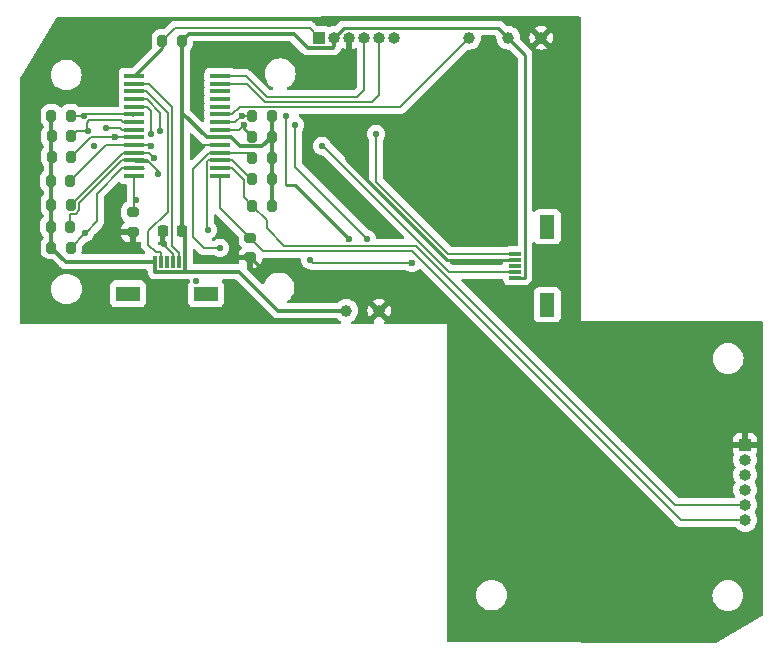
<source format=gbr>
%TF.GenerationSoftware,KiCad,Pcbnew,7.0.10*%
%TF.CreationDate,2024-02-20T20:24:08-05:00*%
%TF.ProjectId,GBoyGcPlus,47426f79-4763-4506-9c75-732e6b696361,rev?*%
%TF.SameCoordinates,Original*%
%TF.FileFunction,Copper,L1,Top*%
%TF.FilePolarity,Positive*%
%FSLAX46Y46*%
G04 Gerber Fmt 4.6, Leading zero omitted, Abs format (unit mm)*
G04 Created by KiCad (PCBNEW 7.0.10) date 2024-02-20 20:24:08*
%MOMM*%
%LPD*%
G01*
G04 APERTURE LIST*
G04 Aperture macros list*
%AMRoundRect*
0 Rectangle with rounded corners*
0 $1 Rounding radius*
0 $2 $3 $4 $5 $6 $7 $8 $9 X,Y pos of 4 corners*
0 Add a 4 corners polygon primitive as box body*
4,1,4,$2,$3,$4,$5,$6,$7,$8,$9,$2,$3,0*
0 Add four circle primitives for the rounded corners*
1,1,$1+$1,$2,$3*
1,1,$1+$1,$4,$5*
1,1,$1+$1,$6,$7*
1,1,$1+$1,$8,$9*
0 Add four rect primitives between the rounded corners*
20,1,$1+$1,$2,$3,$4,$5,0*
20,1,$1+$1,$4,$5,$6,$7,0*
20,1,$1+$1,$6,$7,$8,$9,0*
20,1,$1+$1,$8,$9,$2,$3,0*%
G04 Aperture macros list end*
%TA.AperFunction,SMDPad,CuDef*%
%ADD10R,1.000000X0.300000*%
%TD*%
%TA.AperFunction,SMDPad,CuDef*%
%ADD11R,1.300000X2.000000*%
%TD*%
%TA.AperFunction,SMDPad,CuDef*%
%ADD12R,0.300000X1.000000*%
%TD*%
%TA.AperFunction,SMDPad,CuDef*%
%ADD13R,2.000000X1.300000*%
%TD*%
%TA.AperFunction,SMDPad,CuDef*%
%ADD14RoundRect,0.225000X-0.225000X-0.250000X0.225000X-0.250000X0.225000X0.250000X-0.225000X0.250000X0*%
%TD*%
%TA.AperFunction,SMDPad,CuDef*%
%ADD15R,1.655601X0.431800*%
%TD*%
%TA.AperFunction,SMDPad,CuDef*%
%ADD16RoundRect,0.200000X-0.200000X-0.275000X0.200000X-0.275000X0.200000X0.275000X-0.200000X0.275000X0*%
%TD*%
%TA.AperFunction,SMDPad,CuDef*%
%ADD17RoundRect,0.200000X0.275000X-0.200000X0.275000X0.200000X-0.275000X0.200000X-0.275000X-0.200000X0*%
%TD*%
%TA.AperFunction,SMDPad,CuDef*%
%ADD18C,1.000000*%
%TD*%
%TA.AperFunction,SMDPad,CuDef*%
%ADD19RoundRect,0.200000X0.200000X0.275000X-0.200000X0.275000X-0.200000X-0.275000X0.200000X-0.275000X0*%
%TD*%
%TA.AperFunction,ComponentPad*%
%ADD20R,1.000000X1.000000*%
%TD*%
%TA.AperFunction,ComponentPad*%
%ADD21O,1.000000X1.000000*%
%TD*%
%TA.AperFunction,ViaPad*%
%ADD22C,0.550000*%
%TD*%
%TA.AperFunction,ViaPad*%
%ADD23C,0.600000*%
%TD*%
%TA.AperFunction,Conductor*%
%ADD24C,0.250000*%
%TD*%
%TA.AperFunction,Conductor*%
%ADD25C,0.300000*%
%TD*%
%TA.AperFunction,Conductor*%
%ADD26C,0.200000*%
%TD*%
G04 APERTURE END LIST*
D10*
%TO.P,J3,1,1*%
%TO.N,+3V3*%
X161126000Y-94472001D03*
%TO.P,J3,2,2*%
%TO.N,/SY*%
X161126000Y-93971999D03*
%TO.P,J3,3,3*%
%TO.N,unconnected-(J3-Pad3)*%
X161126000Y-93472000D03*
%TO.P,J3,4,4*%
%TO.N,GND*%
X161126000Y-92972001D03*
%TO.P,J3,5,5*%
%TO.N,/SX*%
X161126000Y-92471999D03*
D11*
%TO.P,J3,P1,P1*%
%TO.N,unconnected-(J3-PadP1)*%
X163825999Y-96771998D03*
%TO.P,J3,P2,P2*%
%TO.N,unconnected-(J3-PadP2)*%
X163825999Y-90172002D03*
%TD*%
D12*
%TO.P,J4,1,1*%
%TO.N,+3V3*%
X130650001Y-93130001D03*
%TO.P,J4,2,2*%
%TO.N,/CY*%
X131150003Y-93130001D03*
%TO.P,J4,3,3*%
%TO.N,unconnected-(J4-Pad3)*%
X131650002Y-93130001D03*
%TO.P,J4,4,4*%
%TO.N,GND*%
X132150001Y-93130001D03*
%TO.P,J4,5,5*%
%TO.N,/CX*%
X132650003Y-93130001D03*
D13*
%TO.P,J4,P1,P1*%
%TO.N,unconnected-(J4-PadP1)*%
X128350004Y-95830000D03*
%TO.P,J4,P2,P2*%
%TO.N,unconnected-(J4-PadP2)*%
X134950000Y-95830000D03*
%TD*%
D14*
%TO.P,C1,1*%
%TO.N,GND*%
X131340000Y-90500000D03*
%TO.P,C1,2*%
%TO.N,+3V3*%
X132890000Y-90500000D03*
%TD*%
D15*
%TO.P,U1,28,RB7*%
%TO.N,/PGD*%
X136144000Y-77410001D03*
%TO.P,U1,27,RB6*%
%TO.N,/PGC*%
X136144000Y-78060002D03*
%TO.P,U1,26,RB5*%
%TO.N,unconnected-(U1-RB5-Pad26)*%
X136144000Y-78710001D03*
%TO.P,U1,25,RB4*%
%TO.N,unconnected-(U1-RB4-Pad25)*%
X136144000Y-79360002D03*
%TO.P,U1,24,RB3*%
%TO.N,unconnected-(U1-RB3-Pad24)*%
X136144000Y-80010000D03*
%TO.P,U1,23,RB2*%
%TO.N,Net-(U1-RB2)*%
X136144000Y-80660002D03*
%TO.P,U1,22,RB1*%
%TO.N,/DL*%
X136144000Y-81310000D03*
%TO.P,U1,21,RB0*%
%TO.N,/DR*%
X136144000Y-81960002D03*
%TO.P,U1,20,VDD*%
%TO.N,+3V3*%
X136144000Y-82610000D03*
%TO.P,U1,19,VSS*%
%TO.N,GND*%
X136144000Y-83260002D03*
%TO.P,U1,18,RC7*%
%TO.N,/DD*%
X136144000Y-83910000D03*
%TO.P,U1,17,RC6*%
%TO.N,/DU*%
X136144000Y-84560001D03*
%TO.P,U1,16,RC5*%
%TO.N,/LT*%
X136144000Y-85210000D03*
%TO.P,U1,15,RC4*%
%TO.N,/L*%
X136144000Y-85860001D03*
%TO.P,U1,14,RC3*%
%TO.N,/R*%
X128888398Y-85859999D03*
%TO.P,U1,13,RC2*%
%TO.N,/RT*%
X128888398Y-85210000D03*
%TO.P,U1,12,RC1*%
%TO.N,/S*%
X128888398Y-84559999D03*
%TO.P,U1,11,RC0*%
%TO.N,/Z*%
X128888398Y-83910000D03*
%TO.P,U1,10,RA6*%
%TO.N,/Y*%
X128888398Y-83259999D03*
%TO.P,U1,9,RA7*%
%TO.N,/X*%
X128888398Y-82610000D03*
%TO.P,U1,8,VSS*%
%TO.N,GND*%
X128888398Y-81959999D03*
%TO.P,U1,7,RA5*%
%TO.N,/B*%
X128888398Y-81310000D03*
%TO.P,U1,6,RA4*%
%TO.N,/A*%
X128888398Y-80660002D03*
%TO.P,U1,5,RA3*%
%TO.N,/SY*%
X128888398Y-80010000D03*
%TO.P,U1,4,RA2*%
%TO.N,/SX*%
X128888398Y-79360002D03*
%TO.P,U1,3,RA1*%
%TO.N,/CY*%
X128888398Y-78710001D03*
%TO.P,U1,2,RA0*%
%TO.N,/CX*%
X128888398Y-78060002D03*
%TO.P,U1,1,MCLR\u002A/VPP/RE3*%
%TO.N,/MCLR*%
X128888398Y-77410001D03*
%TD*%
D16*
%TO.P,R1,1*%
%TO.N,/DL*%
X138875000Y-80772000D03*
%TO.P,R1,2*%
%TO.N,+3V3*%
X140525000Y-80772000D03*
%TD*%
%TO.P,R12,1*%
%TO.N,/DU*%
X138875000Y-86106000D03*
%TO.P,R12,2*%
%TO.N,+3V3*%
X140525000Y-86106000D03*
%TD*%
%TO.P,R14,1*%
%TO.N,/DR*%
X138875000Y-82550000D03*
%TO.P,R14,2*%
%TO.N,+3V3*%
X140525000Y-82550000D03*
%TD*%
D17*
%TO.P,R15,1*%
%TO.N,GND*%
X128740000Y-90595000D03*
%TO.P,R15,2*%
%TO.N,/R*%
X128740000Y-88945000D03*
%TD*%
D16*
%TO.P,R8,1*%
%TO.N,+3V3*%
X121857000Y-91930000D03*
%TO.P,R8,2*%
%TO.N,/RT*%
X123507000Y-91930000D03*
%TD*%
D18*
%TO.P,TP4,1,1*%
%TO.N,+3V3*%
X146812000Y-97282000D03*
%TD*%
D19*
%TO.P,R9,1*%
%TO.N,+3V3*%
X132905000Y-74422000D03*
%TO.P,R9,2*%
%TO.N,/MCLR*%
X131255000Y-74422000D03*
%TD*%
D20*
%TO.P,J1,1,Pin_1*%
%TO.N,/MCLR*%
X144526000Y-74168000D03*
D21*
%TO.P,J1,2,Pin_2*%
%TO.N,+3V3*%
X145796000Y-74168000D03*
%TO.P,J1,3,Pin_3*%
%TO.N,GND*%
X147066000Y-74168000D03*
%TO.P,J1,4,Pin_4*%
%TO.N,/PGD*%
X148336000Y-74168000D03*
%TO.P,J1,5,Pin_5*%
%TO.N,/PGC*%
X149606000Y-74168000D03*
%TO.P,J1,6,Pin_6*%
%TO.N,unconnected-(J1-Pin_6-Pad6)*%
X150876000Y-74168000D03*
%TD*%
D16*
%TO.P,R4,1*%
%TO.N,+3V3*%
X121900000Y-84230000D03*
%TO.P,R4,2*%
%TO.N,/X*%
X123550000Y-84230000D03*
%TD*%
%TO.P,R3,1*%
%TO.N,+3V3*%
X121900000Y-82520000D03*
%TO.P,R3,2*%
%TO.N,/B*%
X123550000Y-82520000D03*
%TD*%
%TO.P,R6,1*%
%TO.N,+3V3*%
X121840000Y-88300000D03*
%TO.P,R6,2*%
%TO.N,/Z*%
X123490000Y-88300000D03*
%TD*%
D18*
%TO.P,GND,1,1*%
%TO.N,GND*%
X163322000Y-74168000D03*
%TD*%
D17*
%TO.P,R16,1*%
%TO.N,GND*%
X138684000Y-92773000D03*
%TO.P,R16,2*%
%TO.N,/L*%
X138684000Y-91123000D03*
%TD*%
D16*
%TO.P,R7,1*%
%TO.N,+3V3*%
X121795000Y-90150000D03*
%TO.P,R7,2*%
%TO.N,/S*%
X123445000Y-90150000D03*
%TD*%
%TO.P,R13,1*%
%TO.N,/DD*%
X138875000Y-84328000D03*
%TO.P,R13,2*%
%TO.N,+3V3*%
X140525000Y-84328000D03*
%TD*%
D18*
%TO.P,3v3,1,1*%
%TO.N,+3V3*%
X160528000Y-74168000D03*
%TD*%
D16*
%TO.P,R11,1*%
%TO.N,/LT*%
X138875000Y-88392000D03*
%TO.P,R11,2*%
%TO.N,+3V3*%
X140525000Y-88392000D03*
%TD*%
%TO.P,R5,1*%
%TO.N,+3V3*%
X121810000Y-86290000D03*
%TO.P,R5,2*%
%TO.N,/Y*%
X123460000Y-86290000D03*
%TD*%
D20*
%TO.P,J2,1,Pin_1*%
%TO.N,GND*%
X180590000Y-108640000D03*
D21*
%TO.P,J2,2,Pin_2*%
%TO.N,/Z*%
X180590000Y-109910000D03*
%TO.P,J2,3,Pin_3*%
%TO.N,/RT*%
X180590000Y-111180000D03*
%TO.P,J2,4,Pin_4*%
%TO.N,/R*%
X180590000Y-112450000D03*
%TO.P,J2,5,Pin_5*%
%TO.N,/LT*%
X180590000Y-113720000D03*
%TO.P,J2,6,Pin_6*%
%TO.N,/L*%
X180590000Y-114990000D03*
%TD*%
D18*
%TO.P,D,1,1*%
%TO.N,Net-(U1-RB2)*%
X157226000Y-74168000D03*
%TD*%
%TO.P,TP5,1,1*%
%TO.N,GND*%
X149606000Y-97282000D03*
%TD*%
D16*
%TO.P,R2,1*%
%TO.N,+3V3*%
X121857000Y-80772000D03*
%TO.P,R2,2*%
%TO.N,/A*%
X123507000Y-80772000D03*
%TD*%
D22*
%TO.N,GND*%
X134112000Y-94742000D03*
D23*
X146940000Y-76380000D03*
D22*
X126492000Y-81788000D03*
X133858000Y-83820000D03*
X125476000Y-83312000D03*
X166380000Y-102350000D03*
X131360000Y-91640000D03*
D23*
%TO.N,/DL*%
X147060000Y-91180000D03*
%TO.N,/DR*%
X138128820Y-81572079D03*
%TO.N,GND*%
X146800000Y-81030000D03*
%TO.N,/Z*%
X130556000Y-84328000D03*
D22*
%TO.N,/RT*%
X124714000Y-90678000D03*
%TO.N,/R*%
X129032000Y-87884000D03*
%TO.N,/SY*%
X144780000Y-83312000D03*
X130302000Y-82296000D03*
%TO.N,/SX*%
X149352000Y-82296000D03*
X131064000Y-82042000D03*
%TO.N,/DL*%
X141732000Y-80772000D03*
D23*
X137970000Y-80788000D03*
D22*
%TO.N,/A*%
X124590000Y-80770000D03*
%TO.N,/B*%
X124960000Y-82060000D03*
D23*
%TO.N,/X*%
X127254000Y-82550000D03*
%TO.N,/Y*%
X130302000Y-83312000D03*
D22*
%TO.N,/S*%
X130850000Y-85740000D03*
%TO.N,/DU*%
X135128000Y-90424000D03*
%TO.N,/DD*%
X136144000Y-91948000D03*
D23*
X152400000Y-93218000D03*
D22*
X143764000Y-92964000D03*
%TO.N,/DR*%
X142494000Y-81534000D03*
X148590000Y-91194000D03*
%TD*%
D24*
%TO.N,GND*%
X161126000Y-92972001D02*
X155362961Y-92972001D01*
D25*
%TO.N,+3V3*%
X142398000Y-73818000D02*
X133509000Y-73818000D01*
X143598000Y-75018000D02*
X142398000Y-73818000D01*
X145653106Y-75018000D02*
X143598000Y-75018000D01*
X145796000Y-74875106D02*
X145653106Y-75018000D01*
X145796000Y-74168000D02*
X145796000Y-74875106D01*
X133509000Y-73818000D02*
X132905000Y-74422000D01*
D24*
%TO.N,GND*%
X146940000Y-76380000D02*
X146940000Y-74294000D01*
D26*
X127688599Y-81788000D02*
X126492000Y-81788000D01*
X127860598Y-81959999D02*
X127688599Y-81788000D01*
X128888398Y-81959999D02*
X127860598Y-81959999D01*
X134417998Y-83260002D02*
X133858000Y-83820000D01*
X136144000Y-83260002D02*
X134417998Y-83260002D01*
%TO.N,/L*%
X136144000Y-88583000D02*
X138684000Y-91123000D01*
X136144000Y-85860001D02*
X136144000Y-88583000D01*
%TO.N,/DD*%
X135200515Y-83910000D02*
X136144000Y-83910000D01*
X133858000Y-85252515D02*
X135200515Y-83910000D01*
X133858000Y-91068000D02*
X133858000Y-85252515D01*
X134738000Y-91948000D02*
X133858000Y-91068000D01*
X136144000Y-91948000D02*
X134738000Y-91948000D01*
%TO.N,/DR*%
X137740897Y-81960002D02*
X138128820Y-81572079D01*
X136144000Y-81960002D02*
X137740897Y-81960002D01*
D24*
X138128820Y-81572079D02*
X138128820Y-81803820D01*
X138128820Y-81803820D02*
X138875000Y-82550000D01*
D26*
%TO.N,/DL*%
X138867000Y-80780000D02*
X138875000Y-80772000D01*
X137440000Y-81310000D02*
X136144000Y-81310000D01*
X137970000Y-80780000D02*
X137440000Y-81310000D01*
X137970000Y-80788000D02*
X138867000Y-80788000D01*
%TO.N,GND*%
X131360000Y-91655686D02*
X131340000Y-91635686D01*
X131360000Y-91640000D02*
X131360000Y-91655686D01*
X131344314Y-91640000D02*
X131360000Y-91640000D01*
%TO.N,/S*%
X130850000Y-85470529D02*
X130850000Y-85740000D01*
X129939470Y-84559999D02*
X130850000Y-85470529D01*
X128888398Y-84559999D02*
X129939470Y-84559999D01*
%TO.N,/RT*%
X125712000Y-87358598D02*
X125712000Y-89725000D01*
X127860598Y-85210000D02*
X125712000Y-87358598D01*
X128888398Y-85210000D02*
X127860598Y-85210000D01*
%TO.N,/S*%
X124190000Y-88165686D02*
X127795687Y-84559999D01*
X127795687Y-84559999D02*
X128888398Y-84559999D01*
X124190000Y-88787648D02*
X124190000Y-88165686D01*
X123445000Y-89075000D02*
X123902648Y-89075000D01*
X123445000Y-90150000D02*
X123445000Y-89075000D01*
X123902648Y-89075000D02*
X124190000Y-88787648D01*
%TO.N,/RT*%
X124759000Y-90678000D02*
X125712000Y-89725000D01*
X124714000Y-90678000D02*
X124759000Y-90678000D01*
X129710000Y-85210000D02*
X128888398Y-85210000D01*
%TO.N,/S*%
X129965983Y-84694100D02*
X129022499Y-84694100D01*
X129022499Y-84694100D02*
X128888398Y-84559999D01*
%TO.N,/A*%
X123509000Y-80770000D02*
X123507000Y-80772000D01*
X124590000Y-80770000D02*
X123509000Y-80770000D01*
X124699998Y-80660002D02*
X124590000Y-80770000D01*
X128888398Y-80660002D02*
X124699998Y-80660002D01*
%TO.N,/B*%
X124010000Y-82060000D02*
X123550000Y-82520000D01*
X127760598Y-81172000D02*
X127898598Y-81310000D01*
X124828173Y-81345000D02*
X125001173Y-81172000D01*
X124828173Y-81928173D02*
X124828173Y-81345000D01*
X124960000Y-82060000D02*
X124828173Y-81928173D01*
X125001173Y-81172000D02*
X127760598Y-81172000D01*
X127898598Y-81310000D02*
X128888398Y-81310000D01*
X124960000Y-82060000D02*
X124010000Y-82060000D01*
%TO.N,/CY*%
X129882097Y-78710001D02*
X128888398Y-78710001D01*
X130048000Y-90568304D02*
X131690000Y-88926304D01*
X130048000Y-91694000D02*
X130048000Y-90568304D01*
X131690000Y-88926304D02*
X131690000Y-80517904D01*
X130684001Y-92330001D02*
X130048000Y-91694000D01*
X131100001Y-92330001D02*
X130684001Y-92330001D01*
X131690000Y-80517904D02*
X129882097Y-78710001D01*
X131150003Y-92380003D02*
X131100001Y-92330001D01*
X131150003Y-93130001D02*
X131150003Y-92380003D01*
%TO.N,/LT*%
X174680000Y-113720000D02*
X180590000Y-113720000D01*
X140077900Y-89594900D02*
X140077900Y-90293900D01*
X140077900Y-90293900D02*
X141586000Y-91802000D01*
X152762000Y-91802000D02*
X174680000Y-113720000D01*
X138875000Y-88392000D02*
X140077900Y-89594900D01*
X141586000Y-91802000D02*
X152762000Y-91802000D01*
D24*
%TO.N,/DL*%
X142494000Y-86614000D02*
X141732000Y-86614000D01*
X147060000Y-91180000D02*
X142494000Y-86614000D01*
%TO.N,GND*%
X146940000Y-74294000D02*
X147066000Y-74168000D01*
X146800000Y-81030000D02*
X146790000Y-81060000D01*
X146790000Y-84399040D02*
X146800000Y-81030000D01*
X155362961Y-92972001D02*
X146790000Y-84399040D01*
D26*
%TO.N,/PGD*%
X140102783Y-79197000D02*
X138315784Y-77410001D01*
X141282019Y-79210000D02*
X141269018Y-79197000D01*
X147700000Y-79210000D02*
X141282019Y-79210000D01*
X138315784Y-77410001D02*
X136144000Y-77410001D01*
X148336000Y-78574000D02*
X147700000Y-79210000D01*
X141269018Y-79197000D02*
X140102783Y-79197000D01*
X148336000Y-74168000D02*
X148336000Y-78574000D01*
%TO.N,/PGC*%
X149606000Y-79024000D02*
X149606000Y-74168000D01*
X149020000Y-79610000D02*
X149606000Y-79024000D01*
X138400099Y-78060002D02*
X139937097Y-79597000D01*
X136144000Y-78060002D02*
X138400099Y-78060002D01*
X139937097Y-79597000D02*
X141103333Y-79597000D01*
X141103333Y-79597000D02*
X141116333Y-79610000D01*
X141116333Y-79610000D02*
X149020000Y-79610000D01*
D24*
%TO.N,GND*%
X139816000Y-93905000D02*
X138684000Y-92773000D01*
X146229000Y-93905000D02*
X139816000Y-93905000D01*
X149606000Y-97282000D02*
X146229000Y-93905000D01*
%TO.N,+3V3*%
X161951000Y-94446999D02*
X161951000Y-75591000D01*
X161925998Y-94472001D02*
X161951000Y-94446999D01*
X161951000Y-75591000D02*
X160528000Y-74168000D01*
X161126000Y-94472001D02*
X161925998Y-94472001D01*
X146621000Y-73343000D02*
X145796000Y-74168000D01*
X159703000Y-73343000D02*
X146621000Y-73343000D01*
X160528000Y-74168000D02*
X159703000Y-73343000D01*
D26*
%TO.N,/Z*%
X128888398Y-83910000D02*
X130138000Y-83910000D01*
X130138000Y-83910000D02*
X130556000Y-84328000D01*
%TO.N,/RT*%
X124714000Y-90723000D02*
X124714000Y-90678000D01*
X123507000Y-91930000D02*
X124714000Y-90723000D01*
%TO.N,GND*%
X131398314Y-91694000D02*
X131318000Y-91694000D01*
X131318000Y-91613686D02*
X131344314Y-91640000D01*
X132150001Y-92445687D02*
X131398314Y-91694000D01*
X132150001Y-93130001D02*
X132150001Y-92445687D01*
X131318000Y-91694000D02*
X131318000Y-91613686D01*
X131340000Y-91635686D02*
X131340000Y-90500000D01*
D25*
%TO.N,+3V3*%
X132905000Y-84721200D02*
X132905000Y-75184000D01*
X132890000Y-84736200D02*
X132905000Y-84721200D01*
X132890000Y-90500000D02*
X132890000Y-84736200D01*
X140525000Y-82550000D02*
X139700000Y-83375000D01*
X141031390Y-97282000D02*
X137729391Y-93980001D01*
X140525000Y-88392000D02*
X140525000Y-80772000D01*
X139700000Y-83375000D02*
X137840898Y-83375000D01*
X137729391Y-93980001D02*
X130650003Y-93980001D01*
X137075898Y-82610000D02*
X136144000Y-82610000D01*
X135016200Y-82610000D02*
X132905000Y-80498800D01*
X132905000Y-80498800D02*
X132905000Y-75184000D01*
X133150003Y-93925997D02*
X133095999Y-93980001D01*
X136144000Y-82610000D02*
X135016200Y-82610000D01*
X133150003Y-90760003D02*
X133150003Y-93925997D01*
X121857000Y-80772000D02*
X121857000Y-91930000D01*
X132905000Y-75184000D02*
X132905000Y-74422000D01*
X137840898Y-83375000D02*
X137075898Y-82610000D01*
X130650003Y-93980001D02*
X130650001Y-93979999D01*
X132890000Y-90500000D02*
X133150003Y-90760003D01*
X121857000Y-91930000D02*
X123057001Y-93130001D01*
X130650001Y-93979999D02*
X130650001Y-93130001D01*
X123057001Y-93130001D02*
X130650001Y-93130001D01*
X146812000Y-97282000D02*
X141031390Y-97282000D01*
X133095999Y-93980001D02*
X130650003Y-93980001D01*
D26*
%TO.N,/MCLR*%
X132309000Y-73368000D02*
X131255000Y-74422000D01*
X144526000Y-74168000D02*
X143726000Y-73368000D01*
D24*
X131255000Y-75043399D02*
X128888398Y-77410001D01*
D26*
X143726000Y-73368000D02*
X132309000Y-73368000D01*
D24*
X131255000Y-74422000D02*
X131255000Y-75043399D01*
D26*
%TO.N,/Z*%
X123490000Y-88300000D02*
X127880000Y-83910000D01*
X127880000Y-83910000D02*
X128888398Y-83910000D01*
%TO.N,/R*%
X128888398Y-88027602D02*
X128888398Y-88796602D01*
X128888398Y-85859999D02*
X128888398Y-87740398D01*
X129032000Y-87884000D02*
X128888398Y-88027602D01*
X128888398Y-88796602D02*
X128740000Y-88945000D01*
X128888398Y-87740398D02*
X129032000Y-87884000D01*
%TO.N,/LT*%
X137171800Y-85210000D02*
X138175000Y-86213200D01*
X136144000Y-85210000D02*
X137171800Y-85210000D01*
X138175000Y-86213200D02*
X138175000Y-87692000D01*
X138175000Y-87692000D02*
X138875000Y-88392000D01*
%TO.N,/L*%
X139763000Y-92202000D02*
X152400000Y-92202000D01*
X138684000Y-91123000D02*
X139763000Y-92202000D01*
X175188000Y-114990000D02*
X180590000Y-114990000D01*
X152400000Y-92202000D02*
X175188000Y-114990000D01*
%TO.N,/SY*%
X144837686Y-83312000D02*
X155497685Y-93971999D01*
X144780000Y-83312000D02*
X144837686Y-83312000D01*
X128888398Y-80010000D02*
X129916198Y-80010000D01*
X129916198Y-80010000D02*
X130302000Y-80395802D01*
X130302000Y-80395802D02*
X130302000Y-82296000D01*
X155497685Y-93971999D02*
X161126000Y-93971999D01*
%TO.N,/SX*%
X155463999Y-92471999D02*
X161126000Y-92471999D01*
X129916198Y-79360002D02*
X131064000Y-80507804D01*
X149352000Y-82296000D02*
X149352000Y-86360000D01*
X149352000Y-86360000D02*
X155463999Y-92471999D01*
X131064000Y-80507804D02*
X131064000Y-82042000D01*
X128888398Y-79360002D02*
X129916198Y-79360002D01*
%TO.N,/CX*%
X128888398Y-78060002D02*
X130130002Y-78060002D01*
X130130002Y-78060002D02*
X132090000Y-80020000D01*
X132650003Y-92380003D02*
X132650003Y-93130001D01*
X132090000Y-91820000D02*
X132650003Y-92380003D01*
X132090000Y-80020000D02*
X132090000Y-91820000D01*
%TO.N,/DL*%
X141732000Y-86614000D02*
X141732000Y-80772000D01*
%TO.N,/A*%
X124590000Y-80770000D02*
X124592000Y-80772000D01*
X124588000Y-80772000D02*
X124590000Y-80770000D01*
X128776400Y-80772000D02*
X128888398Y-80660002D01*
%TO.N,/X*%
X127194000Y-82610000D02*
X127254000Y-82550000D01*
X127314000Y-82610000D02*
X128888398Y-82610000D01*
X125170000Y-82610000D02*
X127194000Y-82610000D01*
X123550000Y-84230000D02*
X125170000Y-82610000D01*
X127254000Y-82550000D02*
X127314000Y-82610000D01*
%TO.N,/Y*%
X123460000Y-86290000D02*
X126490001Y-83259999D01*
X126490001Y-83259999D02*
X128888398Y-83259999D01*
X130249999Y-83259999D02*
X130302000Y-83312000D01*
X128888398Y-83259999D02*
X130249999Y-83259999D01*
%TO.N,/DU*%
X135016200Y-90312200D02*
X135016200Y-84660001D01*
X136144000Y-84560001D02*
X137171800Y-84560001D01*
X135116200Y-84560001D02*
X136144000Y-84560001D01*
X135016200Y-84660001D02*
X135116200Y-84560001D01*
X135128000Y-90424000D02*
X135016200Y-90312200D01*
X138717799Y-86106000D02*
X138875000Y-86106000D01*
X137171800Y-84560001D02*
X138717799Y-86106000D01*
%TO.N,/DD*%
X138457000Y-83910000D02*
X138875000Y-84328000D01*
X143764000Y-92964000D02*
X144018000Y-93218000D01*
X136144000Y-83910000D02*
X138457000Y-83910000D01*
X144018000Y-93218000D02*
X152400000Y-93218000D01*
%TO.N,/DR*%
X148590000Y-91194000D02*
X142494000Y-85098000D01*
X142494000Y-85098000D02*
X142494000Y-81534000D01*
%TO.N,Net-(U1-RB2)*%
X151384000Y-80010000D02*
X157226000Y-74168000D01*
X137834802Y-79997000D02*
X140937648Y-79997000D01*
X137171800Y-80660002D02*
X137834802Y-79997000D01*
X140937648Y-79997000D02*
X140950648Y-80010000D01*
X140950648Y-80010000D02*
X151384000Y-80010000D01*
X136144000Y-80660002D02*
X137171800Y-80660002D01*
%TD*%
%TA.AperFunction,Conductor*%
%TO.N,GND*%
G36*
X166622613Y-72380222D02*
G01*
X166668403Y-72432995D01*
X166679644Y-72484439D01*
X166709470Y-98105723D01*
X166709357Y-98106310D01*
X166709459Y-98130000D01*
X166709500Y-98130099D01*
X166709617Y-98130383D01*
X166710001Y-98130541D01*
X166734589Y-98130513D01*
X166734589Y-98130534D01*
X166734761Y-98130500D01*
X181985550Y-98130500D01*
X182052589Y-98150185D01*
X182098344Y-98202989D01*
X182109549Y-98254448D01*
X182113847Y-108990000D01*
X182119470Y-123038186D01*
X182099812Y-123105234D01*
X182057598Y-123145549D01*
X178158842Y-125402723D01*
X178096388Y-125419410D01*
X155444265Y-125359826D01*
X155377277Y-125339965D01*
X155331662Y-125287041D01*
X155320591Y-125235737D01*
X155323474Y-121350001D01*
X157824532Y-121350001D01*
X157844364Y-121576686D01*
X157844366Y-121576697D01*
X157903258Y-121796488D01*
X157903261Y-121796497D01*
X157999431Y-122002732D01*
X157999432Y-122002734D01*
X158129954Y-122189141D01*
X158290858Y-122350045D01*
X158290861Y-122350047D01*
X158477266Y-122480568D01*
X158683504Y-122576739D01*
X158903308Y-122635635D01*
X159073214Y-122650499D01*
X159073215Y-122650500D01*
X159073216Y-122650500D01*
X159186785Y-122650500D01*
X159186785Y-122650499D01*
X159356692Y-122635635D01*
X159576496Y-122576739D01*
X159782734Y-122480568D01*
X159969139Y-122350047D01*
X160130047Y-122189139D01*
X160260568Y-122002734D01*
X160356739Y-121796496D01*
X160415635Y-121576692D01*
X160431968Y-121390001D01*
X177824532Y-121390001D01*
X177844364Y-121616686D01*
X177844366Y-121616697D01*
X177903258Y-121836488D01*
X177903261Y-121836497D01*
X177999431Y-122042732D01*
X177999432Y-122042734D01*
X178129954Y-122229141D01*
X178290858Y-122390045D01*
X178290861Y-122390047D01*
X178477266Y-122520568D01*
X178683504Y-122616739D01*
X178903308Y-122675635D01*
X179073214Y-122690499D01*
X179073215Y-122690500D01*
X179073216Y-122690500D01*
X179186785Y-122690500D01*
X179186785Y-122690499D01*
X179356692Y-122675635D01*
X179576496Y-122616739D01*
X179782734Y-122520568D01*
X179969139Y-122390047D01*
X180130047Y-122229139D01*
X180260568Y-122042734D01*
X180356739Y-121836496D01*
X180415635Y-121616692D01*
X180435468Y-121390000D01*
X180431968Y-121350000D01*
X180415635Y-121163313D01*
X180415635Y-121163308D01*
X180356739Y-120943504D01*
X180260568Y-120737266D01*
X180130047Y-120550861D01*
X180130045Y-120550858D01*
X179969141Y-120389954D01*
X179782734Y-120259432D01*
X179782732Y-120259431D01*
X179576497Y-120163261D01*
X179576488Y-120163258D01*
X179356697Y-120104366D01*
X179356687Y-120104364D01*
X179186785Y-120089500D01*
X179186784Y-120089500D01*
X179073216Y-120089500D01*
X179073215Y-120089500D01*
X178903312Y-120104364D01*
X178903302Y-120104366D01*
X178683511Y-120163258D01*
X178683502Y-120163261D01*
X178477267Y-120259431D01*
X178477265Y-120259432D01*
X178290858Y-120389954D01*
X178129954Y-120550858D01*
X177999432Y-120737265D01*
X177999431Y-120737267D01*
X177903261Y-120943502D01*
X177903258Y-120943511D01*
X177844366Y-121163302D01*
X177844364Y-121163313D01*
X177824532Y-121389998D01*
X177824532Y-121390001D01*
X160431968Y-121390001D01*
X160435468Y-121350000D01*
X160415635Y-121123308D01*
X160356739Y-120903504D01*
X160260568Y-120697266D01*
X160130047Y-120510861D01*
X160130045Y-120510858D01*
X159969141Y-120349954D01*
X159782734Y-120219432D01*
X159782732Y-120219431D01*
X159576497Y-120123261D01*
X159576488Y-120123258D01*
X159356697Y-120064366D01*
X159356687Y-120064364D01*
X159186785Y-120049500D01*
X159186784Y-120049500D01*
X159073216Y-120049500D01*
X159073215Y-120049500D01*
X158903312Y-120064364D01*
X158903302Y-120064366D01*
X158683511Y-120123258D01*
X158683502Y-120123261D01*
X158477267Y-120219431D01*
X158477265Y-120219432D01*
X158290858Y-120349954D01*
X158129954Y-120510858D01*
X157999432Y-120697265D01*
X157999431Y-120697267D01*
X157903261Y-120903502D01*
X157903258Y-120903511D01*
X157844366Y-121123302D01*
X157844364Y-121123313D01*
X157824532Y-121349998D01*
X157824532Y-121350001D01*
X155323474Y-121350001D01*
X155340491Y-98409828D01*
X155340493Y-98409507D01*
X155340539Y-98400002D01*
X155340541Y-98400000D01*
X155340383Y-98399617D01*
X155340381Y-98399616D01*
X155340380Y-98399614D01*
X155340194Y-98399538D01*
X155340002Y-98399459D01*
X155315446Y-98399459D01*
X155315240Y-98399500D01*
X150131695Y-98399500D01*
X150064656Y-98379815D01*
X150018901Y-98327011D01*
X150008957Y-98257853D01*
X150037982Y-98194297D01*
X150073241Y-98166142D01*
X150114523Y-98144076D01*
X150114523Y-98144075D01*
X149606001Y-97635553D01*
X149606000Y-97635553D01*
X149097475Y-98144076D01*
X149138758Y-98166142D01*
X149188602Y-98215105D01*
X149204062Y-98283242D01*
X149180230Y-98348922D01*
X149124672Y-98391291D01*
X149080304Y-98399500D01*
X147338757Y-98399500D01*
X147271718Y-98379815D01*
X147225963Y-98327011D01*
X147216019Y-98257853D01*
X147245044Y-98194297D01*
X147280304Y-98166142D01*
X147370532Y-98117913D01*
X147370538Y-98117910D01*
X147522883Y-97992883D01*
X147647910Y-97840538D01*
X147740814Y-97666727D01*
X147798024Y-97478132D01*
X147817341Y-97282000D01*
X148601161Y-97282000D01*
X148620468Y-97478032D01*
X148677651Y-97666537D01*
X148743923Y-97790522D01*
X149252447Y-97282000D01*
X149959553Y-97282000D01*
X150468076Y-97790523D01*
X150534348Y-97666537D01*
X150591531Y-97478032D01*
X150610838Y-97282000D01*
X150591531Y-97085967D01*
X150534348Y-96897462D01*
X150468075Y-96773476D01*
X149959553Y-97281999D01*
X149959553Y-97282000D01*
X149252447Y-97282000D01*
X149252447Y-97281999D01*
X148743923Y-96773476D01*
X148677649Y-96897466D01*
X148620468Y-97085967D01*
X148601161Y-97282000D01*
X147817341Y-97282000D01*
X147798024Y-97085868D01*
X147740814Y-96897273D01*
X147740811Y-96897269D01*
X147740811Y-96897266D01*
X147647913Y-96723467D01*
X147647909Y-96723460D01*
X147522883Y-96571116D01*
X147370539Y-96446090D01*
X147370532Y-96446086D01*
X147321585Y-96419923D01*
X149097476Y-96419923D01*
X149606000Y-96928447D01*
X149606001Y-96928447D01*
X150114522Y-96419923D01*
X149990537Y-96353651D01*
X149802030Y-96296468D01*
X149802034Y-96296468D01*
X149606000Y-96277161D01*
X149409967Y-96296468D01*
X149221466Y-96353649D01*
X149097476Y-96419923D01*
X147321585Y-96419923D01*
X147196733Y-96353188D01*
X147196727Y-96353186D01*
X147008132Y-96295976D01*
X147008129Y-96295975D01*
X146812000Y-96276659D01*
X146615870Y-96295975D01*
X146427266Y-96353188D01*
X146253467Y-96446086D01*
X146253460Y-96446090D01*
X146101117Y-96571116D01*
X146088768Y-96586164D01*
X146031022Y-96625499D01*
X145992914Y-96631500D01*
X141931896Y-96631500D01*
X141864857Y-96611815D01*
X141819102Y-96559011D01*
X141809158Y-96489853D01*
X141838183Y-96426297D01*
X141860773Y-96405925D01*
X141969139Y-96330047D01*
X142130047Y-96169139D01*
X142260568Y-95982734D01*
X142356739Y-95776496D01*
X142415635Y-95556692D01*
X142435468Y-95330000D01*
X142415635Y-95103308D01*
X142361020Y-94899481D01*
X142356741Y-94883511D01*
X142356738Y-94883502D01*
X142260568Y-94677266D01*
X142130047Y-94490861D01*
X142130045Y-94490858D01*
X141969141Y-94329954D01*
X141782734Y-94199432D01*
X141782732Y-94199431D01*
X141576497Y-94103261D01*
X141576488Y-94103258D01*
X141356697Y-94044366D01*
X141356687Y-94044364D01*
X141186785Y-94029500D01*
X141186784Y-94029500D01*
X141073216Y-94029500D01*
X141073215Y-94029500D01*
X140903312Y-94044364D01*
X140903302Y-94044366D01*
X140683511Y-94103258D01*
X140683502Y-94103261D01*
X140477267Y-94199431D01*
X140477265Y-94199432D01*
X140290858Y-94329954D01*
X140129954Y-94490858D01*
X139999432Y-94677265D01*
X139999431Y-94677267D01*
X139903261Y-94883502D01*
X139903256Y-94883517D01*
X139884794Y-94952417D01*
X139848429Y-95012077D01*
X139785581Y-95042605D01*
X139716206Y-95034310D01*
X139677339Y-95008003D01*
X138470319Y-93800983D01*
X138436834Y-93739660D01*
X138434000Y-93713302D01*
X138434000Y-93023000D01*
X137709001Y-93023000D01*
X137709001Y-93029582D01*
X137715408Y-93100102D01*
X137736756Y-93168611D01*
X137737906Y-93238471D01*
X137701105Y-93297864D01*
X137638036Y-93327932D01*
X137618370Y-93329501D01*
X133924503Y-93329501D01*
X133857464Y-93309816D01*
X133811709Y-93257012D01*
X133800503Y-93205501D01*
X133800503Y-92159100D01*
X133820188Y-92092061D01*
X133872992Y-92046306D01*
X133942150Y-92036362D01*
X134005706Y-92065387D01*
X134012184Y-92071419D01*
X134279799Y-92339034D01*
X134290493Y-92351228D01*
X134309718Y-92376282D01*
X134349767Y-92407012D01*
X134392058Y-92439463D01*
X134392059Y-92439465D01*
X134412003Y-92454768D01*
X134435159Y-92472536D01*
X134435161Y-92472536D01*
X134435163Y-92472538D01*
X134508198Y-92502790D01*
X134581238Y-92533044D01*
X134654469Y-92542685D01*
X134737999Y-92553682D01*
X134738000Y-92553682D01*
X134769302Y-92549560D01*
X134785487Y-92548500D01*
X135606347Y-92548500D01*
X135672318Y-92567506D01*
X135716854Y-92595489D01*
X135805394Y-92651122D01*
X135970343Y-92708841D01*
X135970349Y-92708841D01*
X135970351Y-92708842D01*
X136143996Y-92728407D01*
X136144000Y-92728407D01*
X136144004Y-92728407D01*
X136317648Y-92708842D01*
X136317647Y-92708842D01*
X136317657Y-92708841D01*
X136482606Y-92651122D01*
X136630576Y-92558147D01*
X136754147Y-92434576D01*
X136847122Y-92286606D01*
X136904841Y-92121657D01*
X136914488Y-92036035D01*
X136924407Y-91948003D01*
X136924407Y-91947996D01*
X136904842Y-91774351D01*
X136904841Y-91774349D01*
X136904841Y-91774343D01*
X136847122Y-91609394D01*
X136754147Y-91461424D01*
X136630576Y-91337853D01*
X136482606Y-91244878D01*
X136482605Y-91244877D01*
X136482604Y-91244877D01*
X136317658Y-91187159D01*
X136317648Y-91187157D01*
X136144004Y-91167593D01*
X136143996Y-91167593D01*
X135970351Y-91187157D01*
X135970341Y-91187159D01*
X135805392Y-91244878D01*
X135672318Y-91328494D01*
X135606347Y-91347500D01*
X135546290Y-91347500D01*
X135479251Y-91327815D01*
X135433496Y-91275011D01*
X135423552Y-91205853D01*
X135452577Y-91142297D01*
X135480318Y-91118506D01*
X135486961Y-91114332D01*
X135614576Y-91034147D01*
X135738147Y-90910576D01*
X135831122Y-90762606D01*
X135888841Y-90597657D01*
X135900872Y-90490877D01*
X135908407Y-90424003D01*
X135908407Y-90423996D01*
X135888842Y-90250351D01*
X135888841Y-90250349D01*
X135888841Y-90250343D01*
X135831122Y-90085394D01*
X135738147Y-89937424D01*
X135653019Y-89852296D01*
X135619534Y-89790973D01*
X135616700Y-89764615D01*
X135616700Y-89204297D01*
X135636385Y-89137258D01*
X135689189Y-89091503D01*
X135758347Y-89081559D01*
X135821903Y-89110584D01*
X135828381Y-89116616D01*
X137672181Y-90960416D01*
X137705666Y-91021739D01*
X137708500Y-91048097D01*
X137708500Y-91379613D01*
X137714913Y-91450192D01*
X137714913Y-91450194D01*
X137714914Y-91450196D01*
X137765522Y-91612606D01*
X137845531Y-91744957D01*
X137853530Y-91758188D01*
X137956015Y-91860673D01*
X137989500Y-91921996D01*
X137984516Y-91991688D01*
X137956015Y-92036035D01*
X137853928Y-92138121D01*
X137853927Y-92138122D01*
X137765980Y-92283604D01*
X137715409Y-92445893D01*
X137709000Y-92516427D01*
X137709000Y-92523000D01*
X138810000Y-92523000D01*
X138877039Y-92542685D01*
X138922794Y-92595489D01*
X138934000Y-92647000D01*
X138934000Y-93672999D01*
X139015581Y-93672999D01*
X139086102Y-93666591D01*
X139086107Y-93666590D01*
X139248396Y-93616018D01*
X139393877Y-93528072D01*
X139514072Y-93407877D01*
X139602019Y-93262395D01*
X139652590Y-93100106D01*
X139658999Y-93029572D01*
X139658999Y-92930119D01*
X139678683Y-92863080D01*
X139731486Y-92817324D01*
X139766809Y-92807180D01*
X139794313Y-92803559D01*
X139810487Y-92802500D01*
X142863034Y-92802500D01*
X142930073Y-92822185D01*
X142975828Y-92874989D01*
X142986254Y-92940385D01*
X142983593Y-92963999D01*
X142983593Y-92964003D01*
X143003157Y-93137648D01*
X143003159Y-93137658D01*
X143060877Y-93302604D01*
X143060878Y-93302606D01*
X143153853Y-93450576D01*
X143277424Y-93574147D01*
X143425394Y-93667122D01*
X143590343Y-93724841D01*
X143685720Y-93735586D01*
X143719281Y-93744243D01*
X143861238Y-93803044D01*
X143939619Y-93813363D01*
X144017999Y-93823682D01*
X144018000Y-93823682D01*
X144049302Y-93819560D01*
X144065487Y-93818500D01*
X151817588Y-93818500D01*
X151884627Y-93838185D01*
X151894903Y-93845555D01*
X151897736Y-93847814D01*
X151897738Y-93847816D01*
X151993813Y-93908184D01*
X152026403Y-93928662D01*
X152050478Y-93943789D01*
X152201146Y-93996510D01*
X152220745Y-94003368D01*
X152220750Y-94003369D01*
X152399996Y-94023565D01*
X152400000Y-94023565D01*
X152400004Y-94023565D01*
X152579249Y-94003369D01*
X152579252Y-94003368D01*
X152579255Y-94003368D01*
X152749522Y-93943789D01*
X152902262Y-93847816D01*
X152961743Y-93788334D01*
X153023062Y-93754852D01*
X153092754Y-93759836D01*
X153137102Y-93788337D01*
X174729799Y-115381034D01*
X174740493Y-115393228D01*
X174759718Y-115418282D01*
X174827254Y-115470104D01*
X174885159Y-115514536D01*
X175031238Y-115575044D01*
X175109619Y-115585363D01*
X175187999Y-115595682D01*
X175188000Y-115595682D01*
X175219302Y-115591560D01*
X175235487Y-115590500D01*
X179729880Y-115590500D01*
X179796919Y-115610185D01*
X179825733Y-115635835D01*
X179879116Y-115700883D01*
X180031460Y-115825909D01*
X180031467Y-115825913D01*
X180205266Y-115918811D01*
X180205269Y-115918811D01*
X180205273Y-115918814D01*
X180393868Y-115976024D01*
X180590000Y-115995341D01*
X180786132Y-115976024D01*
X180974727Y-115918814D01*
X181148538Y-115825910D01*
X181300883Y-115700883D01*
X181425910Y-115548538D01*
X181518814Y-115374727D01*
X181576024Y-115186132D01*
X181595341Y-114990000D01*
X181576024Y-114793868D01*
X181518814Y-114605273D01*
X181425910Y-114431462D01*
X181425907Y-114431458D01*
X181422523Y-114426393D01*
X181424164Y-114425296D01*
X181400405Y-114369361D01*
X181412194Y-114300493D01*
X181422888Y-114283851D01*
X181422523Y-114283607D01*
X181425904Y-114278544D01*
X181425910Y-114278538D01*
X181518814Y-114104727D01*
X181576024Y-113916132D01*
X181595341Y-113720000D01*
X181576024Y-113523868D01*
X181518814Y-113335273D01*
X181425910Y-113161462D01*
X181425907Y-113161458D01*
X181422523Y-113156393D01*
X181424164Y-113155296D01*
X181400405Y-113099361D01*
X181412194Y-113030493D01*
X181422888Y-113013851D01*
X181422523Y-113013607D01*
X181425904Y-113008544D01*
X181425910Y-113008538D01*
X181518814Y-112834727D01*
X181576024Y-112646132D01*
X181595341Y-112450000D01*
X181576024Y-112253868D01*
X181518814Y-112065273D01*
X181425910Y-111891462D01*
X181425907Y-111891458D01*
X181422523Y-111886393D01*
X181424164Y-111885296D01*
X181400405Y-111829361D01*
X181412194Y-111760493D01*
X181422888Y-111743851D01*
X181422523Y-111743607D01*
X181425904Y-111738544D01*
X181425910Y-111738538D01*
X181518814Y-111564727D01*
X181576024Y-111376132D01*
X181595341Y-111180000D01*
X181576024Y-110983868D01*
X181518814Y-110795273D01*
X181425910Y-110621462D01*
X181425907Y-110621458D01*
X181422523Y-110616393D01*
X181424164Y-110615296D01*
X181400405Y-110559361D01*
X181412194Y-110490493D01*
X181422888Y-110473851D01*
X181422523Y-110473607D01*
X181425904Y-110468544D01*
X181425910Y-110468538D01*
X181518814Y-110294727D01*
X181576024Y-110106132D01*
X181595341Y-109910000D01*
X181576024Y-109713868D01*
X181518814Y-109525273D01*
X181517419Y-109522663D01*
X181517100Y-109521135D01*
X181516482Y-109519641D01*
X181516765Y-109519523D01*
X181503174Y-109454261D01*
X181527512Y-109389890D01*
X181533351Y-109382089D01*
X181583597Y-109247376D01*
X181583598Y-109247372D01*
X181589999Y-109187844D01*
X181590000Y-109187827D01*
X181590000Y-108890000D01*
X180835581Y-108890000D01*
X180887060Y-108834079D01*
X180933982Y-108727108D01*
X180943628Y-108610698D01*
X180914953Y-108497462D01*
X180851064Y-108399673D01*
X180758885Y-108327928D01*
X180648405Y-108290000D01*
X180560995Y-108290000D01*
X180474784Y-108304386D01*
X180372053Y-108359981D01*
X180292940Y-108445921D01*
X180246018Y-108552892D01*
X180236372Y-108669302D01*
X180265047Y-108782538D01*
X180328936Y-108880327D01*
X180341364Y-108890000D01*
X179590000Y-108890000D01*
X179590000Y-109187844D01*
X179596401Y-109247372D01*
X179596402Y-109247376D01*
X179646648Y-109382091D01*
X179652490Y-109389894D01*
X179676908Y-109455359D01*
X179663251Y-109519535D01*
X179663517Y-109519646D01*
X179662921Y-109521082D01*
X179662589Y-109522647D01*
X179661188Y-109525268D01*
X179603975Y-109713870D01*
X179584659Y-109910000D01*
X179603975Y-110106129D01*
X179661188Y-110294733D01*
X179754086Y-110468532D01*
X179757473Y-110473601D01*
X179755836Y-110474694D01*
X179779596Y-110530663D01*
X179767795Y-110599529D01*
X179757109Y-110616156D01*
X179757473Y-110616399D01*
X179754086Y-110621467D01*
X179661188Y-110795266D01*
X179603975Y-110983870D01*
X179584659Y-111180000D01*
X179603975Y-111376129D01*
X179661188Y-111564733D01*
X179754086Y-111738532D01*
X179757473Y-111743601D01*
X179755836Y-111744694D01*
X179779596Y-111800663D01*
X179767795Y-111869529D01*
X179757109Y-111886156D01*
X179757473Y-111886399D01*
X179754086Y-111891467D01*
X179661188Y-112065266D01*
X179603975Y-112253870D01*
X179584659Y-112450000D01*
X179603975Y-112646129D01*
X179661188Y-112834733D01*
X179715876Y-112937047D01*
X179730118Y-113005450D01*
X179705118Y-113070694D01*
X179648812Y-113112064D01*
X179606518Y-113119500D01*
X174980097Y-113119500D01*
X174913058Y-113099815D01*
X174892416Y-113083181D01*
X170199235Y-108390000D01*
X179590000Y-108390000D01*
X180340000Y-108390000D01*
X180340000Y-107640000D01*
X180840000Y-107640000D01*
X180840000Y-108390000D01*
X181590000Y-108390000D01*
X181590000Y-108092172D01*
X181589999Y-108092155D01*
X181583598Y-108032627D01*
X181583596Y-108032620D01*
X181533354Y-107897913D01*
X181533350Y-107897906D01*
X181447190Y-107782812D01*
X181447187Y-107782809D01*
X181332093Y-107696649D01*
X181332086Y-107696645D01*
X181197379Y-107646403D01*
X181197372Y-107646401D01*
X181137844Y-107640000D01*
X180840000Y-107640000D01*
X180340000Y-107640000D01*
X180042155Y-107640000D01*
X179982627Y-107646401D01*
X179982620Y-107646403D01*
X179847913Y-107696645D01*
X179847906Y-107696649D01*
X179732812Y-107782809D01*
X179732809Y-107782812D01*
X179646649Y-107897906D01*
X179646645Y-107897913D01*
X179596403Y-108032620D01*
X179596401Y-108032627D01*
X179590000Y-108092155D01*
X179590000Y-108390000D01*
X170199235Y-108390000D01*
X163129236Y-101320001D01*
X177844532Y-101320001D01*
X177864364Y-101546686D01*
X177864366Y-101546697D01*
X177923258Y-101766488D01*
X177923261Y-101766497D01*
X178019431Y-101972732D01*
X178019432Y-101972734D01*
X178149954Y-102159141D01*
X178310858Y-102320045D01*
X178310861Y-102320047D01*
X178497266Y-102450568D01*
X178703504Y-102546739D01*
X178923308Y-102605635D01*
X179093214Y-102620499D01*
X179093215Y-102620500D01*
X179093216Y-102620500D01*
X179206785Y-102620500D01*
X179206785Y-102620499D01*
X179376692Y-102605635D01*
X179596496Y-102546739D01*
X179802734Y-102450568D01*
X179989139Y-102320047D01*
X180150047Y-102159139D01*
X180280568Y-101972734D01*
X180376739Y-101766496D01*
X180435635Y-101546692D01*
X180455468Y-101320000D01*
X180435635Y-101093308D01*
X180376739Y-100873504D01*
X180280568Y-100667266D01*
X180150047Y-100480861D01*
X180150045Y-100480858D01*
X179989141Y-100319954D01*
X179802734Y-100189432D01*
X179802732Y-100189431D01*
X179596497Y-100093261D01*
X179596488Y-100093258D01*
X179376697Y-100034366D01*
X179376687Y-100034364D01*
X179206785Y-100019500D01*
X179206784Y-100019500D01*
X179093216Y-100019500D01*
X179093215Y-100019500D01*
X178923312Y-100034364D01*
X178923302Y-100034366D01*
X178703511Y-100093258D01*
X178703502Y-100093261D01*
X178497267Y-100189431D01*
X178497265Y-100189432D01*
X178310858Y-100319954D01*
X178149954Y-100480858D01*
X178019432Y-100667265D01*
X178019431Y-100667267D01*
X177923261Y-100873502D01*
X177923258Y-100873511D01*
X177864366Y-101093302D01*
X177864364Y-101093313D01*
X177844532Y-101319998D01*
X177844532Y-101320001D01*
X163129236Y-101320001D01*
X159629103Y-97819868D01*
X162675499Y-97819868D01*
X162675500Y-97819874D01*
X162681907Y-97879481D01*
X162732201Y-98014326D01*
X162732205Y-98014333D01*
X162818451Y-98129542D01*
X162818454Y-98129545D01*
X162933663Y-98215791D01*
X162933670Y-98215795D01*
X163068516Y-98266089D01*
X163068515Y-98266089D01*
X163075443Y-98266833D01*
X163128126Y-98272498D01*
X164523871Y-98272497D01*
X164583482Y-98266089D01*
X164718330Y-98215794D01*
X164833545Y-98129544D01*
X164919795Y-98014329D01*
X164970090Y-97879481D01*
X164976499Y-97819871D01*
X164976498Y-95724126D01*
X164970090Y-95664515D01*
X164929872Y-95556686D01*
X164919796Y-95529669D01*
X164919792Y-95529662D01*
X164833546Y-95414453D01*
X164833543Y-95414450D01*
X164718334Y-95328204D01*
X164718327Y-95328200D01*
X164583481Y-95277906D01*
X164583482Y-95277906D01*
X164523882Y-95271499D01*
X164523880Y-95271498D01*
X164523872Y-95271498D01*
X164523863Y-95271498D01*
X163128128Y-95271498D01*
X163128122Y-95271499D01*
X163068515Y-95277906D01*
X162933670Y-95328200D01*
X162933663Y-95328204D01*
X162818454Y-95414450D01*
X162818451Y-95414453D01*
X162732205Y-95529662D01*
X162732201Y-95529669D01*
X162681907Y-95664515D01*
X162675500Y-95724114D01*
X162675500Y-95724121D01*
X162675499Y-95724133D01*
X162675499Y-97819868D01*
X159629103Y-97819868D01*
X156593415Y-94784180D01*
X156559930Y-94722857D01*
X156564914Y-94653165D01*
X156606786Y-94597232D01*
X156672250Y-94572815D01*
X156681096Y-94572499D01*
X160003648Y-94572499D01*
X160070687Y-94592184D01*
X160116442Y-94644988D01*
X160126938Y-94683245D01*
X160131908Y-94729484D01*
X160182202Y-94864329D01*
X160182206Y-94864336D01*
X160268452Y-94979545D01*
X160268455Y-94979548D01*
X160383664Y-95065794D01*
X160383671Y-95065798D01*
X160518517Y-95116092D01*
X160518516Y-95116092D01*
X160525444Y-95116836D01*
X160578127Y-95122501D01*
X161673872Y-95122500D01*
X161733483Y-95116092D01*
X161762367Y-95105318D01*
X161805700Y-95097501D01*
X161843255Y-95097501D01*
X161858875Y-95099225D01*
X161858902Y-95098940D01*
X161866658Y-95099672D01*
X161866665Y-95099674D01*
X161933871Y-95097562D01*
X161937766Y-95097501D01*
X161965344Y-95097501D01*
X161965348Y-95097501D01*
X161969322Y-95096998D01*
X161980961Y-95096081D01*
X162024625Y-95094710D01*
X162043867Y-95089118D01*
X162062910Y-95085175D01*
X162082790Y-95082665D01*
X162123399Y-95066586D01*
X162134442Y-95062804D01*
X162176388Y-95050619D01*
X162193627Y-95040423D01*
X162211101Y-95031863D01*
X162229725Y-95024489D01*
X162229725Y-95024488D01*
X162229730Y-95024487D01*
X162265081Y-94998801D01*
X162274812Y-94992409D01*
X162312418Y-94970171D01*
X162326587Y-94956001D01*
X162341376Y-94943370D01*
X162357585Y-94931595D01*
X162381678Y-94902469D01*
X162386805Y-94896654D01*
X162398936Y-94883736D01*
X162401583Y-94881005D01*
X162421120Y-94861470D01*
X162423576Y-94858302D01*
X162431156Y-94849426D01*
X162461062Y-94817581D01*
X162470713Y-94800023D01*
X162481396Y-94783760D01*
X162493673Y-94767935D01*
X162511021Y-94727843D01*
X162516151Y-94717370D01*
X162537197Y-94679091D01*
X162542180Y-94659679D01*
X162548481Y-94641279D01*
X162556437Y-94622895D01*
X162563270Y-94579747D01*
X162565633Y-94568337D01*
X162576500Y-94526018D01*
X162576500Y-94505982D01*
X162578027Y-94486581D01*
X162579831Y-94475192D01*
X162581160Y-94466803D01*
X162577050Y-94423323D01*
X162576500Y-94411654D01*
X162576500Y-91578897D01*
X162596185Y-91511858D01*
X162648989Y-91466103D01*
X162718147Y-91456159D01*
X162781703Y-91485184D01*
X162799766Y-91504586D01*
X162818451Y-91529546D01*
X162818454Y-91529549D01*
X162933663Y-91615795D01*
X162933670Y-91615799D01*
X163068516Y-91666093D01*
X163068515Y-91666093D01*
X163075443Y-91666837D01*
X163128126Y-91672502D01*
X164523871Y-91672501D01*
X164583482Y-91666093D01*
X164718330Y-91615798D01*
X164833545Y-91529548D01*
X164919795Y-91414333D01*
X164970090Y-91279485D01*
X164976499Y-91219875D01*
X164976498Y-89124130D01*
X164970090Y-89064519D01*
X164969090Y-89061839D01*
X164919796Y-88929673D01*
X164919792Y-88929666D01*
X164833546Y-88814457D01*
X164833543Y-88814454D01*
X164718334Y-88728208D01*
X164718327Y-88728204D01*
X164583481Y-88677910D01*
X164583482Y-88677910D01*
X164523882Y-88671503D01*
X164523880Y-88671502D01*
X164523872Y-88671502D01*
X164523863Y-88671502D01*
X163128128Y-88671502D01*
X163128122Y-88671503D01*
X163068515Y-88677910D01*
X162933670Y-88728204D01*
X162933663Y-88728208D01*
X162818454Y-88814454D01*
X162818452Y-88814456D01*
X162799765Y-88839419D01*
X162743831Y-88881289D01*
X162674139Y-88886272D01*
X162612817Y-88852785D01*
X162579333Y-88791461D01*
X162576500Y-88765106D01*
X162576500Y-75673742D01*
X162578224Y-75658122D01*
X162577939Y-75658096D01*
X162578671Y-75650340D01*
X162578673Y-75650333D01*
X162576561Y-75583126D01*
X162576500Y-75579231D01*
X162576500Y-75551654D01*
X162576500Y-75551650D01*
X162575996Y-75547665D01*
X162575080Y-75536021D01*
X162575033Y-75534522D01*
X162573709Y-75492373D01*
X162568122Y-75473144D01*
X162564174Y-75454084D01*
X162563130Y-75445816D01*
X162561664Y-75434208D01*
X162561663Y-75434206D01*
X162561663Y-75434204D01*
X162545588Y-75393604D01*
X162541804Y-75382552D01*
X162529618Y-75340609D01*
X162529616Y-75340606D01*
X162519423Y-75323371D01*
X162510861Y-75305894D01*
X162503487Y-75287269D01*
X162489543Y-75268077D01*
X162477811Y-75251930D01*
X162471405Y-75242177D01*
X162455971Y-75216080D01*
X162449172Y-75204583D01*
X162449165Y-75204574D01*
X162435006Y-75190415D01*
X162422368Y-75175619D01*
X162420712Y-75173340D01*
X162410594Y-75159413D01*
X162383693Y-75137159D01*
X162376940Y-75131572D01*
X162368299Y-75123709D01*
X162274665Y-75030075D01*
X162813476Y-75030075D01*
X162937462Y-75096348D01*
X163125969Y-75153531D01*
X163125965Y-75153531D01*
X163322000Y-75172838D01*
X163518032Y-75153531D01*
X163706537Y-75096348D01*
X163830523Y-75030076D01*
X163830523Y-75030075D01*
X163322001Y-74521553D01*
X163322000Y-74521553D01*
X162813476Y-75030075D01*
X162274665Y-75030075D01*
X161563984Y-74319393D01*
X161530499Y-74258070D01*
X161528262Y-74219561D01*
X161533341Y-74168000D01*
X162317161Y-74168000D01*
X162336468Y-74364032D01*
X162393651Y-74552537D01*
X162459923Y-74676522D01*
X162968447Y-74168000D01*
X163675553Y-74168000D01*
X164184076Y-74676523D01*
X164250348Y-74552537D01*
X164307531Y-74364032D01*
X164326838Y-74168000D01*
X164307531Y-73971967D01*
X164250348Y-73783462D01*
X164184075Y-73659476D01*
X163675553Y-74167999D01*
X163675553Y-74168000D01*
X162968447Y-74168000D01*
X162459923Y-73659476D01*
X162393649Y-73783466D01*
X162336468Y-73971967D01*
X162317161Y-74168000D01*
X161533341Y-74168000D01*
X161514024Y-73971868D01*
X161456814Y-73783273D01*
X161456811Y-73783269D01*
X161456811Y-73783266D01*
X161363913Y-73609467D01*
X161363909Y-73609460D01*
X161238883Y-73457116D01*
X161086539Y-73332090D01*
X161086532Y-73332086D01*
X161037585Y-73305923D01*
X162813476Y-73305923D01*
X163322000Y-73814447D01*
X163322001Y-73814447D01*
X163830522Y-73305923D01*
X163706537Y-73239651D01*
X163518030Y-73182468D01*
X163518034Y-73182468D01*
X163322000Y-73163161D01*
X163125967Y-73182468D01*
X162937466Y-73239649D01*
X162813476Y-73305923D01*
X161037585Y-73305923D01*
X160912733Y-73239188D01*
X160912727Y-73239186D01*
X160724132Y-73181976D01*
X160724129Y-73181975D01*
X160528000Y-73162659D01*
X160527997Y-73162659D01*
X160476437Y-73167736D01*
X160407791Y-73154716D01*
X160376605Y-73132014D01*
X160203803Y-72959212D01*
X160193980Y-72946950D01*
X160193759Y-72947134D01*
X160188786Y-72941122D01*
X160139776Y-72895099D01*
X160136977Y-72892386D01*
X160117477Y-72872885D01*
X160117471Y-72872880D01*
X160114286Y-72870409D01*
X160105434Y-72862848D01*
X160073582Y-72832938D01*
X160073580Y-72832936D01*
X160073577Y-72832935D01*
X160056029Y-72823288D01*
X160039763Y-72812604D01*
X160023932Y-72800324D01*
X159983849Y-72782978D01*
X159973363Y-72777841D01*
X159935094Y-72756803D01*
X159935092Y-72756802D01*
X159915693Y-72751822D01*
X159897281Y-72745518D01*
X159878898Y-72737562D01*
X159878892Y-72737560D01*
X159835760Y-72730729D01*
X159824322Y-72728361D01*
X159782020Y-72717500D01*
X159782019Y-72717500D01*
X159761984Y-72717500D01*
X159742586Y-72715973D01*
X159735162Y-72714797D01*
X159722805Y-72712840D01*
X159722804Y-72712840D01*
X159679325Y-72716950D01*
X159667656Y-72717500D01*
X146703737Y-72717500D01*
X146688120Y-72715776D01*
X146688093Y-72716062D01*
X146680331Y-72715327D01*
X146613144Y-72717439D01*
X146609250Y-72717500D01*
X146581650Y-72717500D01*
X146577962Y-72717965D01*
X146577649Y-72718005D01*
X146566031Y-72718918D01*
X146522373Y-72720290D01*
X146522372Y-72720290D01*
X146503129Y-72725881D01*
X146484079Y-72729825D01*
X146464211Y-72732334D01*
X146464210Y-72732335D01*
X146423600Y-72748413D01*
X146412553Y-72752195D01*
X146370610Y-72764381D01*
X146370609Y-72764382D01*
X146353367Y-72774579D01*
X146335899Y-72783137D01*
X146317269Y-72790513D01*
X146317266Y-72790515D01*
X146281939Y-72816181D01*
X146272180Y-72822592D01*
X146234579Y-72844830D01*
X146220408Y-72859000D01*
X146205623Y-72871628D01*
X146189412Y-72883407D01*
X146161571Y-72917059D01*
X146153711Y-72925696D01*
X145947393Y-73132014D01*
X145886070Y-73165499D01*
X145847560Y-73167736D01*
X145796002Y-73162659D01*
X145796000Y-73162659D01*
X145599870Y-73181975D01*
X145470462Y-73221231D01*
X145411273Y-73239186D01*
X145411272Y-73239186D01*
X145411267Y-73239188D01*
X145409143Y-73240324D01*
X145407898Y-73240583D01*
X145405641Y-73241518D01*
X145405463Y-73241089D01*
X145340740Y-73254564D01*
X145276382Y-73230231D01*
X145268331Y-73224204D01*
X145268328Y-73224202D01*
X145133482Y-73173908D01*
X145133483Y-73173908D01*
X145073883Y-73167501D01*
X145073881Y-73167500D01*
X145073873Y-73167500D01*
X145073865Y-73167500D01*
X144426097Y-73167500D01*
X144359058Y-73147815D01*
X144338416Y-73131181D01*
X144184199Y-72976964D01*
X144173504Y-72964769D01*
X144154283Y-72939719D01*
X144094405Y-72893773D01*
X144028841Y-72843464D01*
X144003424Y-72832936D01*
X143882762Y-72782956D01*
X143882760Y-72782955D01*
X143765361Y-72767500D01*
X143726000Y-72762318D01*
X143694697Y-72766439D01*
X143678513Y-72767500D01*
X132356487Y-72767500D01*
X132340302Y-72766439D01*
X132309000Y-72762318D01*
X132269639Y-72767500D01*
X132152239Y-72782955D01*
X132152237Y-72782956D01*
X132006157Y-72843464D01*
X131880718Y-72939716D01*
X131861489Y-72964775D01*
X131850798Y-72976965D01*
X131417584Y-73410181D01*
X131356261Y-73443666D01*
X131329903Y-73446500D01*
X130998384Y-73446500D01*
X130979145Y-73448248D01*
X130927807Y-73452913D01*
X130765393Y-73503522D01*
X130619811Y-73591530D01*
X130499530Y-73711811D01*
X130411522Y-73857393D01*
X130360913Y-74019807D01*
X130354500Y-74090386D01*
X130354500Y-74753613D01*
X130360913Y-74824192D01*
X130360913Y-74824194D01*
X130360914Y-74824196D01*
X130392947Y-74926995D01*
X130394097Y-74996854D01*
X130362242Y-75051564D01*
X128756524Y-76657282D01*
X128695201Y-76690767D01*
X128668843Y-76693601D01*
X128012726Y-76693601D01*
X128012720Y-76693602D01*
X127953113Y-76700009D01*
X127818268Y-76750303D01*
X127818261Y-76750307D01*
X127703052Y-76836553D01*
X127703049Y-76836556D01*
X127616803Y-76951765D01*
X127616799Y-76951772D01*
X127566507Y-77086614D01*
X127566506Y-77086618D01*
X127560097Y-77146228D01*
X127560097Y-77146235D01*
X127560097Y-77146236D01*
X127560097Y-77673771D01*
X127560098Y-77673777D01*
X127565255Y-77721749D01*
X127565255Y-77748254D01*
X127560097Y-77796229D01*
X127560097Y-77796234D01*
X127560097Y-77796235D01*
X127560097Y-78323772D01*
X127560098Y-78323778D01*
X127565255Y-78371750D01*
X127565255Y-78398253D01*
X127560097Y-78446228D01*
X127560097Y-78446233D01*
X127560097Y-78446234D01*
X127560097Y-78973771D01*
X127560098Y-78973777D01*
X127565255Y-79021749D01*
X127565255Y-79048254D01*
X127560097Y-79096229D01*
X127560097Y-79096231D01*
X127560097Y-79096235D01*
X127560097Y-79623772D01*
X127560098Y-79623776D01*
X127565255Y-79671746D01*
X127565255Y-79698252D01*
X127560097Y-79746227D01*
X127560097Y-79853522D01*
X127560098Y-79935501D01*
X127540414Y-80002541D01*
X127487610Y-80048296D01*
X127436098Y-80059502D01*
X124928595Y-80059502D01*
X124887640Y-80052543D01*
X124763658Y-80009159D01*
X124763648Y-80009157D01*
X124590004Y-79989593D01*
X124589996Y-79989593D01*
X124416351Y-80009157D01*
X124416345Y-80009158D01*
X124336892Y-80036960D01*
X124267113Y-80040521D01*
X124208257Y-80007599D01*
X124142188Y-79941530D01*
X123996606Y-79853522D01*
X123834196Y-79802914D01*
X123834194Y-79802913D01*
X123834192Y-79802913D01*
X123784778Y-79798423D01*
X123763616Y-79796500D01*
X123250384Y-79796500D01*
X123231145Y-79798248D01*
X123179807Y-79802913D01*
X123017393Y-79853522D01*
X122871811Y-79941530D01*
X122871810Y-79941531D01*
X122769681Y-80043661D01*
X122708358Y-80077146D01*
X122638666Y-80072162D01*
X122594319Y-80043661D01*
X122492188Y-79941530D01*
X122346606Y-79853522D01*
X122184196Y-79802914D01*
X122184194Y-79802913D01*
X122184192Y-79802913D01*
X122134778Y-79798423D01*
X122113616Y-79796500D01*
X121600384Y-79796500D01*
X121581145Y-79798248D01*
X121529807Y-79802913D01*
X121367393Y-79853522D01*
X121221811Y-79941530D01*
X121101530Y-80061811D01*
X121013522Y-80207393D01*
X120962913Y-80369807D01*
X120956500Y-80440386D01*
X120956500Y-81103613D01*
X120962913Y-81174192D01*
X120962913Y-81174194D01*
X120962914Y-81174196D01*
X121013522Y-81336606D01*
X121101528Y-81482185D01*
X121170182Y-81550839D01*
X121203666Y-81612160D01*
X121206500Y-81638519D01*
X121206500Y-81696480D01*
X121186815Y-81763519D01*
X121170181Y-81784161D01*
X121144531Y-81809810D01*
X121144530Y-81809811D01*
X121056522Y-81955393D01*
X121005913Y-82117807D01*
X120999500Y-82188386D01*
X120999500Y-82851613D01*
X121005913Y-82922192D01*
X121005913Y-82922194D01*
X121005914Y-82922196D01*
X121056522Y-83084606D01*
X121144528Y-83230185D01*
X121170181Y-83255838D01*
X121203666Y-83317159D01*
X121206500Y-83343519D01*
X121206500Y-83406480D01*
X121186815Y-83473519D01*
X121170181Y-83494161D01*
X121144531Y-83519810D01*
X121144530Y-83519811D01*
X121056522Y-83665393D01*
X121005913Y-83827807D01*
X120999500Y-83898386D01*
X120999500Y-84561613D01*
X121005913Y-84632192D01*
X121005913Y-84632194D01*
X121005914Y-84632196D01*
X121056522Y-84794606D01*
X121144528Y-84940185D01*
X121170181Y-84965838D01*
X121203666Y-85027159D01*
X121206500Y-85053519D01*
X121206500Y-85376480D01*
X121186815Y-85443519D01*
X121170181Y-85464161D01*
X121054531Y-85579810D01*
X121054530Y-85579811D01*
X120966522Y-85725393D01*
X120915913Y-85887807D01*
X120909500Y-85958386D01*
X120909500Y-86621613D01*
X120915913Y-86692192D01*
X120915913Y-86692194D01*
X120915914Y-86692196D01*
X120966522Y-86854606D01*
X121054528Y-87000185D01*
X121170182Y-87115839D01*
X121203666Y-87177160D01*
X121206500Y-87203519D01*
X121206500Y-87416480D01*
X121186815Y-87483519D01*
X121170181Y-87504161D01*
X121084531Y-87589810D01*
X121084530Y-87589811D01*
X120996522Y-87735393D01*
X120945913Y-87897807D01*
X120939500Y-87968386D01*
X120939500Y-88631613D01*
X120945913Y-88702192D01*
X120945913Y-88702194D01*
X120945914Y-88702196D01*
X120996522Y-88864606D01*
X121078272Y-88999837D01*
X121084530Y-89010188D01*
X121170181Y-89095839D01*
X121203666Y-89157162D01*
X121206500Y-89183520D01*
X121206500Y-89222576D01*
X121186815Y-89289615D01*
X121164744Y-89313850D01*
X121165118Y-89314224D01*
X121039531Y-89439810D01*
X121039530Y-89439811D01*
X120951522Y-89585393D01*
X120900913Y-89747807D01*
X120894500Y-89818386D01*
X120894500Y-90481613D01*
X120900913Y-90552192D01*
X120900913Y-90552194D01*
X120900914Y-90552196D01*
X120951522Y-90714606D01*
X121039528Y-90860185D01*
X121159815Y-90980472D01*
X121159817Y-90980473D01*
X121162661Y-90983317D01*
X121196146Y-91044640D01*
X121191162Y-91114332D01*
X121162662Y-91158680D01*
X121101529Y-91219813D01*
X121013522Y-91365393D01*
X120962913Y-91527807D01*
X120956500Y-91598386D01*
X120956500Y-92261613D01*
X120962913Y-92332192D01*
X120962913Y-92332194D01*
X120962914Y-92332196D01*
X121013522Y-92494606D01*
X121095541Y-92630282D01*
X121101530Y-92640188D01*
X121221811Y-92760469D01*
X121221813Y-92760470D01*
X121221815Y-92760472D01*
X121367394Y-92848478D01*
X121529804Y-92899086D01*
X121600384Y-92905500D01*
X121861192Y-92905500D01*
X121928231Y-92925185D01*
X121948873Y-92941819D01*
X122536565Y-93529511D01*
X122546636Y-93542081D01*
X122546823Y-93541927D01*
X122551796Y-93547938D01*
X122602833Y-93595865D01*
X122605630Y-93598576D01*
X122625969Y-93618915D01*
X122629452Y-93621617D01*
X122638328Y-93629198D01*
X122650847Y-93640954D01*
X122671608Y-93660449D01*
X122690199Y-93670669D01*
X122706464Y-93681353D01*
X122723235Y-93694362D01*
X122723238Y-93694364D01*
X122765145Y-93712498D01*
X122775619Y-93717629D01*
X122815633Y-93739628D01*
X122836194Y-93744906D01*
X122854598Y-93751208D01*
X122874075Y-93759637D01*
X122919179Y-93766780D01*
X122930598Y-93769145D01*
X122974824Y-93780501D01*
X122996046Y-93780501D01*
X123015443Y-93782027D01*
X123036406Y-93785348D01*
X123081864Y-93781050D01*
X123093532Y-93780501D01*
X129873992Y-93780501D01*
X129941031Y-93800186D01*
X129986786Y-93852990D01*
X129996492Y-93910534D01*
X129996998Y-93910519D01*
X129997113Y-93914218D01*
X129997442Y-93916167D01*
X129996508Y-93926051D01*
X129996270Y-93926028D01*
X129995876Y-93931032D01*
X129996117Y-93931048D01*
X129995627Y-93938834D01*
X129999256Y-93996510D01*
X129999501Y-94004297D01*
X129999501Y-94020919D01*
X129999502Y-94020937D01*
X130000054Y-94025310D01*
X130000969Y-94036939D01*
X130002403Y-94082566D01*
X130003624Y-94090271D01*
X130003387Y-94090308D01*
X130004247Y-94095238D01*
X130004484Y-94095193D01*
X130005947Y-94102862D01*
X130008715Y-94111381D01*
X130013803Y-94134144D01*
X130014928Y-94143050D01*
X130014929Y-94143055D01*
X130031739Y-94185514D01*
X130035521Y-94196562D01*
X130048256Y-94240396D01*
X130051355Y-94247557D01*
X130051133Y-94247653D01*
X130053197Y-94252224D01*
X130053417Y-94252121D01*
X130056734Y-94259170D01*
X130061535Y-94266735D01*
X130072135Y-94287539D01*
X130075433Y-94295870D01*
X130102267Y-94332805D01*
X130108679Y-94342567D01*
X130131920Y-94381864D01*
X130131925Y-94381869D01*
X130136701Y-94388026D01*
X130136508Y-94388175D01*
X130139641Y-94392085D01*
X130139828Y-94391931D01*
X130144797Y-94397937D01*
X130151330Y-94404072D01*
X130166766Y-94421581D01*
X130172035Y-94428833D01*
X130172037Y-94428836D01*
X130207216Y-94457938D01*
X130215857Y-94465801D01*
X130218965Y-94468909D01*
X130222442Y-94471606D01*
X130231327Y-94479194D01*
X130264607Y-94510446D01*
X130264614Y-94510452D01*
X130272467Y-94514769D01*
X130291771Y-94527888D01*
X130298668Y-94533594D01*
X130298672Y-94533596D01*
X130298675Y-94533599D01*
X130298678Y-94533600D01*
X130305259Y-94537776D01*
X130305127Y-94537982D01*
X130309402Y-94540602D01*
X130309526Y-94540393D01*
X130316238Y-94544363D01*
X130358141Y-94562496D01*
X130368629Y-94567634D01*
X130408635Y-94589628D01*
X130417329Y-94591860D01*
X130439287Y-94599766D01*
X130447388Y-94603578D01*
X130454808Y-94605989D01*
X130454732Y-94606220D01*
X130459512Y-94607691D01*
X130459580Y-94607459D01*
X130467074Y-94609635D01*
X130467077Y-94609637D01*
X130512181Y-94616780D01*
X130523600Y-94619145D01*
X130567826Y-94630501D01*
X130576801Y-94630501D01*
X130600032Y-94632697D01*
X130604846Y-94633614D01*
X130608831Y-94634375D01*
X130608837Y-94634374D01*
X130616620Y-94634865D01*
X130616604Y-94635110D01*
X130621601Y-94635345D01*
X130621609Y-94635103D01*
X130629400Y-94635346D01*
X130629408Y-94635348D01*
X130674863Y-94631051D01*
X130686533Y-94630501D01*
X133010494Y-94630501D01*
X133026504Y-94632268D01*
X133026527Y-94632027D01*
X133034288Y-94632759D01*
X133034295Y-94632761D01*
X133104261Y-94630561D01*
X133108156Y-94630501D01*
X133136924Y-94630501D01*
X133488428Y-94630501D01*
X133555467Y-94650186D01*
X133601222Y-94702990D01*
X133611166Y-94772148D01*
X133587694Y-94828812D01*
X133506206Y-94937664D01*
X133506202Y-94937671D01*
X133455908Y-95072517D01*
X133452382Y-95105319D01*
X133449501Y-95132123D01*
X133449500Y-95132135D01*
X133449500Y-96527870D01*
X133449501Y-96527876D01*
X133455908Y-96587483D01*
X133506202Y-96722328D01*
X133506206Y-96722335D01*
X133592452Y-96837544D01*
X133592455Y-96837547D01*
X133707664Y-96923793D01*
X133707671Y-96923797D01*
X133842517Y-96974091D01*
X133842516Y-96974091D01*
X133849444Y-96974835D01*
X133902127Y-96980500D01*
X135997872Y-96980499D01*
X136057483Y-96974091D01*
X136192331Y-96923796D01*
X136307546Y-96837546D01*
X136393796Y-96722331D01*
X136444091Y-96587483D01*
X136450500Y-96527873D01*
X136450499Y-95132128D01*
X136444091Y-95072517D01*
X136441879Y-95066587D01*
X136393797Y-94937671D01*
X136393793Y-94937664D01*
X136312306Y-94828812D01*
X136287888Y-94763348D01*
X136302739Y-94695075D01*
X136352144Y-94645669D01*
X136411572Y-94630501D01*
X137408583Y-94630501D01*
X137475622Y-94650186D01*
X137496264Y-94666820D01*
X140510954Y-97681509D01*
X140521030Y-97694086D01*
X140521217Y-97693932D01*
X140526184Y-97699937D01*
X140577237Y-97747878D01*
X140580037Y-97750592D01*
X140600352Y-97770908D01*
X140603829Y-97773605D01*
X140612710Y-97781190D01*
X140645997Y-97812448D01*
X140652907Y-97816247D01*
X140664597Y-97822674D01*
X140680858Y-97833355D01*
X140697627Y-97846363D01*
X140739534Y-97864497D01*
X140750008Y-97869628D01*
X140790022Y-97891627D01*
X140810583Y-97896905D01*
X140828987Y-97903207D01*
X140848464Y-97911636D01*
X140893568Y-97918779D01*
X140904987Y-97921144D01*
X140949213Y-97932500D01*
X140970435Y-97932500D01*
X140989832Y-97934026D01*
X141010795Y-97937347D01*
X141056250Y-97933050D01*
X141067920Y-97932500D01*
X145992914Y-97932500D01*
X146059953Y-97952185D01*
X146088768Y-97977836D01*
X146101117Y-97992883D01*
X146253460Y-98117909D01*
X146253467Y-98117913D01*
X146343696Y-98166142D01*
X146393540Y-98215104D01*
X146409001Y-98283242D01*
X146385169Y-98348922D01*
X146329612Y-98391290D01*
X146285243Y-98399500D01*
X119304500Y-98399500D01*
X119237461Y-98379815D01*
X119191706Y-98327011D01*
X119180500Y-98275500D01*
X119180500Y-95440001D01*
X121834532Y-95440001D01*
X121854364Y-95666686D01*
X121854366Y-95666697D01*
X121913258Y-95886488D01*
X121913261Y-95886497D01*
X122009431Y-96092732D01*
X122009432Y-96092734D01*
X122139954Y-96279141D01*
X122300858Y-96440045D01*
X122300861Y-96440047D01*
X122487266Y-96570568D01*
X122693504Y-96666739D01*
X122913308Y-96725635D01*
X123083214Y-96740499D01*
X123083215Y-96740500D01*
X123083216Y-96740500D01*
X123196785Y-96740500D01*
X123196785Y-96740499D01*
X123366692Y-96725635D01*
X123586496Y-96666739D01*
X123792734Y-96570568D01*
X123853714Y-96527870D01*
X126849504Y-96527870D01*
X126849505Y-96527876D01*
X126855912Y-96587483D01*
X126906206Y-96722328D01*
X126906210Y-96722335D01*
X126992456Y-96837544D01*
X126992459Y-96837547D01*
X127107668Y-96923793D01*
X127107675Y-96923797D01*
X127242521Y-96974091D01*
X127242520Y-96974091D01*
X127249448Y-96974835D01*
X127302131Y-96980500D01*
X129397876Y-96980499D01*
X129457487Y-96974091D01*
X129592335Y-96923796D01*
X129707550Y-96837546D01*
X129793800Y-96722331D01*
X129844095Y-96587483D01*
X129850504Y-96527873D01*
X129850503Y-95132128D01*
X129844095Y-95072517D01*
X129841883Y-95066587D01*
X129793801Y-94937671D01*
X129793797Y-94937664D01*
X129707551Y-94822455D01*
X129707548Y-94822452D01*
X129592339Y-94736206D01*
X129592332Y-94736202D01*
X129457486Y-94685908D01*
X129457487Y-94685908D01*
X129397887Y-94679501D01*
X129397885Y-94679500D01*
X129397877Y-94679500D01*
X129397868Y-94679500D01*
X127302133Y-94679500D01*
X127302127Y-94679501D01*
X127242520Y-94685908D01*
X127107675Y-94736202D01*
X127107668Y-94736206D01*
X126992459Y-94822452D01*
X126992456Y-94822455D01*
X126906210Y-94937664D01*
X126906206Y-94937671D01*
X126855912Y-95072517D01*
X126852386Y-95105319D01*
X126849505Y-95132123D01*
X126849504Y-95132135D01*
X126849504Y-96527870D01*
X123853714Y-96527870D01*
X123979139Y-96440047D01*
X124140047Y-96279139D01*
X124270568Y-96092734D01*
X124366739Y-95886496D01*
X124425635Y-95666692D01*
X124445468Y-95440000D01*
X124425635Y-95213308D01*
X124366739Y-94993504D01*
X124270568Y-94787266D01*
X124162038Y-94632268D01*
X124140045Y-94600858D01*
X123979141Y-94439954D01*
X123792734Y-94309432D01*
X123792732Y-94309431D01*
X123586497Y-94213261D01*
X123586488Y-94213258D01*
X123366697Y-94154366D01*
X123366687Y-94154364D01*
X123196785Y-94139500D01*
X123196784Y-94139500D01*
X123083216Y-94139500D01*
X123083215Y-94139500D01*
X122913312Y-94154364D01*
X122913302Y-94154366D01*
X122693511Y-94213258D01*
X122693502Y-94213261D01*
X122487267Y-94309431D01*
X122487265Y-94309432D01*
X122300858Y-94439954D01*
X122139954Y-94600858D01*
X122009432Y-94787265D01*
X122009431Y-94787267D01*
X121913261Y-94993502D01*
X121913258Y-94993511D01*
X121854366Y-95213302D01*
X121854364Y-95213313D01*
X121834532Y-95439998D01*
X121834532Y-95440001D01*
X119180500Y-95440001D01*
X119180500Y-77634898D01*
X119198568Y-77570444D01*
X119357033Y-77310001D01*
X121804532Y-77310001D01*
X121824364Y-77536686D01*
X121824366Y-77536697D01*
X121883258Y-77756488D01*
X121883261Y-77756497D01*
X121979431Y-77962732D01*
X121979432Y-77962734D01*
X122109954Y-78149141D01*
X122270858Y-78310045D01*
X122290465Y-78323774D01*
X122457266Y-78440568D01*
X122663504Y-78536739D01*
X122883308Y-78595635D01*
X123053214Y-78610499D01*
X123053215Y-78610500D01*
X123053216Y-78610500D01*
X123166785Y-78610500D01*
X123166785Y-78610499D01*
X123336692Y-78595635D01*
X123556496Y-78536739D01*
X123762734Y-78440568D01*
X123949139Y-78310047D01*
X124110047Y-78149139D01*
X124240568Y-77962734D01*
X124336739Y-77756496D01*
X124395635Y-77536692D01*
X124415468Y-77310000D01*
X124395635Y-77083308D01*
X124336739Y-76863504D01*
X124240568Y-76657266D01*
X124110047Y-76470861D01*
X124110045Y-76470858D01*
X123949141Y-76309954D01*
X123762734Y-76179432D01*
X123762732Y-76179431D01*
X123556497Y-76083261D01*
X123556488Y-76083258D01*
X123336697Y-76024366D01*
X123336687Y-76024364D01*
X123166785Y-76009500D01*
X123166784Y-76009500D01*
X123053216Y-76009500D01*
X123053215Y-76009500D01*
X122883312Y-76024364D01*
X122883302Y-76024366D01*
X122663511Y-76083258D01*
X122663502Y-76083261D01*
X122457267Y-76179431D01*
X122457265Y-76179432D01*
X122270858Y-76309954D01*
X122109954Y-76470858D01*
X121979432Y-76657265D01*
X121979431Y-76657267D01*
X121883261Y-76863502D01*
X121883258Y-76863511D01*
X121824366Y-77083302D01*
X121824364Y-77083313D01*
X121804532Y-77309998D01*
X121804532Y-77310001D01*
X119357033Y-77310001D01*
X122314080Y-72449995D01*
X122365741Y-72402957D01*
X122419923Y-72390451D01*
X166555562Y-72360583D01*
X166622613Y-72380222D01*
G37*
%TD.AperFunction*%
%TA.AperFunction,Conductor*%
G36*
X160071191Y-93092184D02*
G01*
X160116946Y-93144988D01*
X160127442Y-93183246D01*
X160129931Y-93206400D01*
X160129931Y-93232905D01*
X160126938Y-93260751D01*
X160100202Y-93325303D01*
X160042810Y-93365152D01*
X160003648Y-93371499D01*
X155797782Y-93371499D01*
X155730743Y-93351814D01*
X155710101Y-93335180D01*
X155659101Y-93284180D01*
X155625616Y-93222857D01*
X155630600Y-93153165D01*
X155672472Y-93097232D01*
X155737936Y-93072815D01*
X155746782Y-93072499D01*
X160004152Y-93072499D01*
X160071191Y-93092184D01*
G37*
%TD.AperFunction*%
%TA.AperFunction,Conductor*%
G36*
X127640120Y-86382225D02*
G01*
X127696051Y-86424094D01*
X127703051Y-86433445D01*
X127715978Y-86443122D01*
X127818261Y-86519692D01*
X127818268Y-86519696D01*
X127863215Y-86536460D01*
X127953114Y-86569990D01*
X128012724Y-86576399D01*
X128163898Y-86576398D01*
X128230937Y-86596082D01*
X128276692Y-86648886D01*
X128287898Y-86700398D01*
X128287898Y-87641438D01*
X128280940Y-87682392D01*
X128271158Y-87710345D01*
X128271157Y-87710351D01*
X128251593Y-87883996D01*
X128251593Y-87884005D01*
X128261215Y-87969412D01*
X128249160Y-88038234D01*
X128201810Y-88089612D01*
X128182214Y-88098396D01*
X128182235Y-88098443D01*
X128175397Y-88101520D01*
X128029811Y-88189530D01*
X127909530Y-88309811D01*
X127821522Y-88455393D01*
X127770913Y-88617807D01*
X127764500Y-88688386D01*
X127764500Y-89201613D01*
X127770913Y-89272192D01*
X127770913Y-89272194D01*
X127770914Y-89272196D01*
X127821522Y-89434606D01*
X127894198Y-89554827D01*
X127909530Y-89580188D01*
X128012015Y-89682673D01*
X128045500Y-89743996D01*
X128040516Y-89813688D01*
X128012015Y-89858035D01*
X127909928Y-89960121D01*
X127909927Y-89960122D01*
X127821980Y-90105604D01*
X127771409Y-90267893D01*
X127765000Y-90338427D01*
X127765000Y-90345000D01*
X128866000Y-90345000D01*
X128933039Y-90364685D01*
X128978794Y-90417489D01*
X128990000Y-90469000D01*
X128990000Y-91494999D01*
X129071581Y-91494999D01*
X129142102Y-91488591D01*
X129142107Y-91488590D01*
X129286609Y-91443562D01*
X129356469Y-91442410D01*
X129415862Y-91479211D01*
X129445930Y-91542280D01*
X129447500Y-91561947D01*
X129447500Y-91646512D01*
X129446439Y-91662697D01*
X129442426Y-91693182D01*
X129442318Y-91694000D01*
X129452896Y-91774351D01*
X129454356Y-91785436D01*
X129454356Y-91785437D01*
X129462955Y-91850760D01*
X129462956Y-91850762D01*
X129521329Y-91991688D01*
X129523464Y-91996841D01*
X129619239Y-92121658D01*
X129619719Y-92122283D01*
X129644769Y-92141504D01*
X129656964Y-92152199D01*
X129772585Y-92267820D01*
X129806070Y-92329143D01*
X129801086Y-92398835D01*
X129759214Y-92454768D01*
X129693750Y-92479185D01*
X129684904Y-92479501D01*
X124522879Y-92479501D01*
X124455840Y-92459816D01*
X124410085Y-92407012D01*
X124400141Y-92337854D01*
X124401058Y-92332501D01*
X124407500Y-92261613D01*
X124407500Y-91930096D01*
X124427185Y-91863057D01*
X124443815Y-91842419D01*
X124811600Y-91474633D01*
X124872921Y-91441150D01*
X124885394Y-91439095D01*
X124887657Y-91438841D01*
X125052606Y-91381122D01*
X125200576Y-91288147D01*
X125324147Y-91164576D01*
X125417122Y-91016606D01*
X125473533Y-90855394D01*
X125474840Y-90851660D01*
X125474840Y-90851659D01*
X125474841Y-90851657D01*
X125475095Y-90849399D01*
X125475667Y-90848037D01*
X125476361Y-90845000D01*
X127765001Y-90845000D01*
X127765001Y-90851582D01*
X127771408Y-90922102D01*
X127771409Y-90922107D01*
X127821981Y-91084396D01*
X127909927Y-91229877D01*
X128030122Y-91350072D01*
X128175604Y-91438019D01*
X128175603Y-91438019D01*
X128337894Y-91488590D01*
X128337892Y-91488590D01*
X128408418Y-91494999D01*
X128489999Y-91494998D01*
X128490000Y-91494998D01*
X128490000Y-90845000D01*
X127765001Y-90845000D01*
X125476361Y-90845000D01*
X125476390Y-90844871D01*
X125476944Y-90844997D01*
X125502160Y-90784985D01*
X125510625Y-90775608D01*
X126103043Y-90183190D01*
X126115223Y-90172509D01*
X126140282Y-90153282D01*
X126236536Y-90027841D01*
X126297044Y-89881762D01*
X126317683Y-89725000D01*
X126313561Y-89693689D01*
X126312500Y-89677504D01*
X126312500Y-87658694D01*
X126332185Y-87591655D01*
X126348814Y-87571018D01*
X127509107Y-86410724D01*
X127570428Y-86377241D01*
X127640120Y-86382225D01*
G37*
%TD.AperFunction*%
%TA.AperFunction,Conductor*%
G36*
X159459587Y-73988185D02*
G01*
X159480229Y-74004819D01*
X159492015Y-74016605D01*
X159525500Y-74077928D01*
X159527737Y-74116439D01*
X159522659Y-74167999D01*
X159541975Y-74364129D01*
X159541976Y-74364132D01*
X159599128Y-74552537D01*
X159599188Y-74552733D01*
X159692086Y-74726532D01*
X159692090Y-74726539D01*
X159817116Y-74878883D01*
X159969460Y-75003909D01*
X159969467Y-75003913D01*
X160143266Y-75096811D01*
X160143269Y-75096811D01*
X160143273Y-75096814D01*
X160331868Y-75154024D01*
X160528000Y-75173341D01*
X160579560Y-75168262D01*
X160648203Y-75181280D01*
X160679394Y-75203984D01*
X161289181Y-75813771D01*
X161322666Y-75875094D01*
X161325500Y-75901452D01*
X161325500Y-91697499D01*
X161305815Y-91764538D01*
X161253011Y-91810293D01*
X161201500Y-91821499D01*
X160578129Y-91821499D01*
X160578123Y-91821500D01*
X160518516Y-91827907D01*
X160422604Y-91863681D01*
X160379271Y-91871499D01*
X155764096Y-91871499D01*
X155697057Y-91851814D01*
X155676415Y-91835180D01*
X149988819Y-86147584D01*
X149955334Y-86086261D01*
X149952500Y-86059903D01*
X149952500Y-82833652D01*
X149971505Y-82767682D01*
X150055122Y-82634606D01*
X150112841Y-82469657D01*
X150132407Y-82296000D01*
X150127879Y-82255814D01*
X150112842Y-82122351D01*
X150112841Y-82122349D01*
X150112841Y-82122343D01*
X150055122Y-81957394D01*
X149962147Y-81809424D01*
X149838576Y-81685853D01*
X149690606Y-81592878D01*
X149690605Y-81592877D01*
X149690604Y-81592877D01*
X149525658Y-81535159D01*
X149525648Y-81535157D01*
X149352004Y-81515593D01*
X149351996Y-81515593D01*
X149178351Y-81535157D01*
X149178341Y-81535159D01*
X149013395Y-81592877D01*
X148865423Y-81685853D01*
X148741853Y-81809423D01*
X148648877Y-81957395D01*
X148591159Y-82122341D01*
X148591157Y-82122351D01*
X148571593Y-82295996D01*
X148571593Y-82296003D01*
X148591157Y-82469648D01*
X148591159Y-82469658D01*
X148619678Y-82551159D01*
X148648878Y-82634606D01*
X148732494Y-82767682D01*
X148751500Y-82833652D01*
X148751500Y-86077217D01*
X148731815Y-86144256D01*
X148679011Y-86190011D01*
X148609853Y-86199955D01*
X148546297Y-86170930D01*
X148539819Y-86164898D01*
X145574257Y-83199336D01*
X145544015Y-83144611D01*
X145543142Y-83144917D01*
X145541342Y-83139773D01*
X145541044Y-83139234D01*
X145540839Y-83138335D01*
X145483122Y-82973395D01*
X145483122Y-82973394D01*
X145390147Y-82825424D01*
X145266576Y-82701853D01*
X145118606Y-82608878D01*
X145118605Y-82608877D01*
X145118604Y-82608877D01*
X144953658Y-82551159D01*
X144953648Y-82551157D01*
X144780004Y-82531593D01*
X144779996Y-82531593D01*
X144606351Y-82551157D01*
X144606341Y-82551159D01*
X144441395Y-82608877D01*
X144293423Y-82701853D01*
X144169853Y-82825423D01*
X144076877Y-82973395D01*
X144019159Y-83138341D01*
X144019157Y-83138351D01*
X143999593Y-83311996D01*
X143999593Y-83312003D01*
X144019157Y-83485648D01*
X144019159Y-83485658D01*
X144076877Y-83650604D01*
X144076878Y-83650606D01*
X144169853Y-83798576D01*
X144293424Y-83922147D01*
X144441394Y-84015122D01*
X144606343Y-84072841D01*
X144606349Y-84072841D01*
X144606351Y-84072842D01*
X144724325Y-84086134D01*
X144788740Y-84113200D01*
X144798124Y-84121673D01*
X151666270Y-90989819D01*
X151699755Y-91051142D01*
X151694771Y-91120834D01*
X151652899Y-91176767D01*
X151587435Y-91201184D01*
X151578589Y-91201500D01*
X149482066Y-91201500D01*
X149415027Y-91181815D01*
X149369272Y-91129011D01*
X149358846Y-91091384D01*
X149350842Y-91020350D01*
X149350841Y-91020348D01*
X149350841Y-91020343D01*
X149293122Y-90855394D01*
X149200147Y-90707424D01*
X149076576Y-90583853D01*
X148928606Y-90490878D01*
X148928605Y-90490877D01*
X148928604Y-90490877D01*
X148763654Y-90433158D01*
X148710681Y-90427189D01*
X148646268Y-90400122D01*
X148636885Y-90391650D01*
X143130819Y-84885584D01*
X143097334Y-84824261D01*
X143094500Y-84797903D01*
X143094500Y-82071652D01*
X143113505Y-82005682D01*
X143197122Y-81872606D01*
X143254841Y-81707657D01*
X143267773Y-81592878D01*
X143274407Y-81534003D01*
X143274407Y-81533996D01*
X143254842Y-81360351D01*
X143254841Y-81360349D01*
X143254841Y-81360343D01*
X143197122Y-81195394D01*
X143104147Y-81047424D01*
X142980576Y-80923853D01*
X142846317Y-80839493D01*
X142800027Y-80787160D01*
X142789378Y-80718106D01*
X142817753Y-80654258D01*
X142876143Y-80615885D01*
X142912290Y-80610500D01*
X151336513Y-80610500D01*
X151352697Y-80611560D01*
X151384000Y-80615682D01*
X151384001Y-80615682D01*
X151436254Y-80608802D01*
X151540762Y-80595044D01*
X151686841Y-80534536D01*
X151727627Y-80503240D01*
X151812282Y-80438282D01*
X151831509Y-80413223D01*
X151842190Y-80401043D01*
X157042421Y-75200812D01*
X157103742Y-75167329D01*
X157142251Y-75165092D01*
X157226000Y-75173341D01*
X157422132Y-75154024D01*
X157610727Y-75096814D01*
X157630091Y-75086464D01*
X157735587Y-75030075D01*
X157784538Y-75003910D01*
X157936883Y-74878883D01*
X158061910Y-74726538D01*
X158154814Y-74552727D01*
X158212024Y-74364132D01*
X158231341Y-74168000D01*
X158225102Y-74104653D01*
X158238121Y-74036008D01*
X158286186Y-73985298D01*
X158348505Y-73968500D01*
X159392548Y-73968500D01*
X159459587Y-73988185D01*
G37*
%TD.AperFunction*%
%TA.AperFunction,Conductor*%
G36*
X131432539Y-90269685D02*
G01*
X131478294Y-90322489D01*
X131489500Y-90374000D01*
X131489500Y-91655780D01*
X131469815Y-91722819D01*
X131417011Y-91768574D01*
X131347853Y-91778518D01*
X131318049Y-91770342D01*
X131283560Y-91756056D01*
X131256763Y-91744957D01*
X131256761Y-91744956D01*
X131139362Y-91729501D01*
X131100001Y-91724319D01*
X131068698Y-91728440D01*
X131052514Y-91729501D01*
X130984098Y-91729501D01*
X130917059Y-91709816D01*
X130896417Y-91693182D01*
X130880497Y-91677262D01*
X130847012Y-91615939D01*
X130851996Y-91546247D01*
X130893868Y-91490314D01*
X130959332Y-91465897D01*
X130980782Y-91466223D01*
X131066685Y-91474999D01*
X131090000Y-91474998D01*
X131090000Y-90426901D01*
X131109685Y-90359862D01*
X131126319Y-90339220D01*
X131179220Y-90286319D01*
X131240543Y-90252834D01*
X131266901Y-90250000D01*
X131365500Y-90250000D01*
X131432539Y-90269685D01*
G37*
%TD.AperFunction*%
%TA.AperFunction,Conductor*%
G36*
X133760703Y-82274895D02*
G01*
X133767181Y-82280927D01*
X134495764Y-83009510D01*
X134505835Y-83022080D01*
X134506022Y-83021926D01*
X134510995Y-83027937D01*
X134562032Y-83075864D01*
X134564829Y-83078575D01*
X134585168Y-83098914D01*
X134588651Y-83101616D01*
X134597527Y-83109197D01*
X134603890Y-83115172D01*
X134630807Y-83140448D01*
X134649398Y-83150668D01*
X134665663Y-83161352D01*
X134682434Y-83174361D01*
X134682437Y-83174363D01*
X134724344Y-83192497D01*
X134734818Y-83197628D01*
X134774832Y-83219627D01*
X134782010Y-83221469D01*
X134842049Y-83257204D01*
X134873238Y-83319726D01*
X134865674Y-83389185D01*
X134826664Y-83439951D01*
X134772233Y-83481716D01*
X134753004Y-83506775D01*
X134742313Y-83518965D01*
X133767181Y-84494098D01*
X133705858Y-84527583D01*
X133636167Y-84522599D01*
X133580233Y-84480727D01*
X133555816Y-84415263D01*
X133555500Y-84406417D01*
X133555500Y-82368608D01*
X133575185Y-82301569D01*
X133627989Y-82255814D01*
X133697147Y-82245870D01*
X133760703Y-82274895D01*
G37*
%TD.AperFunction*%
%TA.AperFunction,Conductor*%
G36*
X147316000Y-75137159D02*
G01*
X147450534Y-75096349D01*
X147553047Y-75041556D01*
X147621450Y-75027315D01*
X147686694Y-75052315D01*
X147728064Y-75108621D01*
X147735500Y-75150915D01*
X147735500Y-78273903D01*
X147715815Y-78340942D01*
X147699181Y-78361584D01*
X147487584Y-78573181D01*
X147426261Y-78606666D01*
X147399903Y-78609500D01*
X141872202Y-78609500D01*
X141805163Y-78589815D01*
X141759408Y-78537011D01*
X141749464Y-78467853D01*
X141778489Y-78404297D01*
X141819795Y-78373118D01*
X141876734Y-78346568D01*
X142063139Y-78216047D01*
X142224047Y-78055139D01*
X142354568Y-77868734D01*
X142450739Y-77662496D01*
X142509635Y-77442692D01*
X142529468Y-77216000D01*
X142509635Y-76989308D01*
X142450739Y-76769504D01*
X142354568Y-76563266D01*
X142224047Y-76376861D01*
X142224045Y-76376858D01*
X142063141Y-76215954D01*
X141876734Y-76085432D01*
X141876732Y-76085431D01*
X141670497Y-75989261D01*
X141670488Y-75989258D01*
X141450697Y-75930366D01*
X141450687Y-75930364D01*
X141280785Y-75915500D01*
X141280784Y-75915500D01*
X141167216Y-75915500D01*
X141167215Y-75915500D01*
X140997312Y-75930364D01*
X140997302Y-75930366D01*
X140777511Y-75989258D01*
X140777502Y-75989261D01*
X140571267Y-76085431D01*
X140571265Y-76085432D01*
X140384858Y-76215954D01*
X140223954Y-76376858D01*
X140093432Y-76563265D01*
X140093431Y-76563267D01*
X139997261Y-76769502D01*
X139997258Y-76769511D01*
X139938366Y-76989302D01*
X139938364Y-76989313D01*
X139918532Y-77215998D01*
X139918532Y-77216001D01*
X139938364Y-77442686D01*
X139938366Y-77442697D01*
X139997258Y-77662488D01*
X139997261Y-77662497D01*
X140093431Y-77868732D01*
X140093432Y-77868734D01*
X140223954Y-78055141D01*
X140384858Y-78216045D01*
X140384861Y-78216047D01*
X140571266Y-78346568D01*
X140600326Y-78360119D01*
X140652764Y-78406291D01*
X140671915Y-78473485D01*
X140651699Y-78540366D01*
X140598533Y-78585700D01*
X140547919Y-78596500D01*
X140402880Y-78596500D01*
X140335841Y-78576815D01*
X140315199Y-78560181D01*
X138773983Y-77018965D01*
X138763288Y-77006770D01*
X138744067Y-76981720D01*
X138705038Y-76951772D01*
X138618625Y-76885465D01*
X138565623Y-76863511D01*
X138472546Y-76824957D01*
X138472544Y-76824956D01*
X138355145Y-76809501D01*
X138315784Y-76804319D01*
X138284481Y-76808440D01*
X138268297Y-76809501D01*
X137334480Y-76809501D01*
X137267441Y-76789816D01*
X137260169Y-76784768D01*
X137214132Y-76750305D01*
X137214129Y-76750303D01*
X137079283Y-76700009D01*
X137079284Y-76700009D01*
X137019684Y-76693602D01*
X137019682Y-76693601D01*
X137019674Y-76693601D01*
X137019665Y-76693601D01*
X135268328Y-76693601D01*
X135268322Y-76693602D01*
X135208715Y-76700009D01*
X135073870Y-76750303D01*
X135073863Y-76750307D01*
X134958654Y-76836553D01*
X134958651Y-76836556D01*
X134872405Y-76951765D01*
X134872401Y-76951772D01*
X134822109Y-77086614D01*
X134822108Y-77086618D01*
X134815699Y-77146228D01*
X134815699Y-77146235D01*
X134815699Y-77146236D01*
X134815699Y-77673771D01*
X134815700Y-77673777D01*
X134820857Y-77721749D01*
X134820857Y-77748254D01*
X134815699Y-77796229D01*
X134815699Y-77796234D01*
X134815699Y-77796235D01*
X134815699Y-78323772D01*
X134815700Y-78323778D01*
X134820857Y-78371750D01*
X134820857Y-78398253D01*
X134815699Y-78446228D01*
X134815699Y-78446233D01*
X134815699Y-78446234D01*
X134815699Y-78973771D01*
X134815700Y-78973777D01*
X134820857Y-79021749D01*
X134820857Y-79048254D01*
X134815699Y-79096229D01*
X134815699Y-79096231D01*
X134815699Y-79096235D01*
X134815699Y-79623772D01*
X134815700Y-79623776D01*
X134820857Y-79671746D01*
X134820857Y-79698252D01*
X134815699Y-79746227D01*
X134815699Y-79746232D01*
X134815699Y-79746233D01*
X134815699Y-80273770D01*
X134815700Y-80273776D01*
X134820857Y-80321747D01*
X134820857Y-80348253D01*
X134815699Y-80396232D01*
X134815699Y-80923772D01*
X134815700Y-80923776D01*
X134820857Y-80971745D01*
X134820857Y-80998252D01*
X134815699Y-81046227D01*
X134815699Y-81046232D01*
X134815699Y-81190191D01*
X134796014Y-81257230D01*
X134743210Y-81302985D01*
X134674052Y-81312929D01*
X134610496Y-81283904D01*
X134604018Y-81277872D01*
X133591819Y-80265673D01*
X133558334Y-80204350D01*
X133555500Y-80177992D01*
X133555500Y-75288519D01*
X133575185Y-75221480D01*
X133591814Y-75200842D01*
X133660472Y-75132185D01*
X133748478Y-74986606D01*
X133799086Y-74824196D01*
X133805500Y-74753616D01*
X133805500Y-74592500D01*
X133825185Y-74525461D01*
X133877989Y-74479706D01*
X133929500Y-74468500D01*
X142077192Y-74468500D01*
X142144231Y-74488185D01*
X142164873Y-74504819D01*
X143077564Y-75417510D01*
X143087635Y-75430080D01*
X143087822Y-75429926D01*
X143092795Y-75435937D01*
X143092797Y-75435939D01*
X143092798Y-75435940D01*
X143114460Y-75456282D01*
X143143832Y-75483864D01*
X143146629Y-75486575D01*
X143166967Y-75506913D01*
X143170450Y-75509615D01*
X143179326Y-75517196D01*
X143197625Y-75534379D01*
X143212607Y-75548448D01*
X143218433Y-75551651D01*
X143231205Y-75558672D01*
X143247470Y-75569357D01*
X143264232Y-75582360D01*
X143264235Y-75582361D01*
X143264236Y-75582362D01*
X143306140Y-75600495D01*
X143316612Y-75605625D01*
X143356632Y-75627627D01*
X143372340Y-75631659D01*
X143377186Y-75632904D01*
X143395598Y-75639207D01*
X143415073Y-75647635D01*
X143460179Y-75654778D01*
X143471574Y-75657138D01*
X143515823Y-75668500D01*
X143537051Y-75668500D01*
X143556448Y-75670026D01*
X143577403Y-75673345D01*
X143577404Y-75673346D01*
X143577404Y-75673345D01*
X143577405Y-75673346D01*
X143622852Y-75669050D01*
X143634521Y-75668500D01*
X145567601Y-75668500D01*
X145583611Y-75670267D01*
X145583634Y-75670026D01*
X145591395Y-75670758D01*
X145591402Y-75670760D01*
X145661368Y-75668560D01*
X145665263Y-75668500D01*
X145694031Y-75668500D01*
X145698393Y-75667948D01*
X145710045Y-75667030D01*
X145755675Y-75665597D01*
X145776062Y-75659673D01*
X145795102Y-75655731D01*
X145816164Y-75653071D01*
X145858626Y-75636258D01*
X145869663Y-75632480D01*
X145913504Y-75619744D01*
X145931771Y-75608939D01*
X145949242Y-75600380D01*
X145968977Y-75592568D01*
X146005922Y-75565725D01*
X146015664Y-75559326D01*
X146054971Y-75536081D01*
X146069976Y-75521075D01*
X146084774Y-75508436D01*
X146101943Y-75495963D01*
X146131052Y-75460774D01*
X146138896Y-75452154D01*
X146195513Y-75395537D01*
X146208079Y-75385471D01*
X146207925Y-75385284D01*
X146213933Y-75380311D01*
X146213940Y-75380308D01*
X146237227Y-75355508D01*
X146261865Y-75329273D01*
X146264578Y-75326473D01*
X146272172Y-75318879D01*
X146284912Y-75306140D01*
X146287607Y-75302665D01*
X146295186Y-75293788D01*
X146326448Y-75260499D01*
X146336674Y-75241895D01*
X146347347Y-75225647D01*
X146360363Y-75208869D01*
X146378491Y-75166976D01*
X146383627Y-75156488D01*
X146405627Y-75116474D01*
X146405628Y-75116469D01*
X146408499Y-75109220D01*
X146411217Y-75110296D01*
X146439886Y-75062094D01*
X146502398Y-75030885D01*
X146571859Y-75038427D01*
X146582739Y-75043580D01*
X146681461Y-75096348D01*
X146816000Y-75137159D01*
X146816000Y-74416938D01*
X146897115Y-74480072D01*
X147007595Y-74518000D01*
X147095005Y-74518000D01*
X147181216Y-74503614D01*
X147283947Y-74448019D01*
X147316000Y-74413200D01*
X147316000Y-75137159D01*
G37*
%TD.AperFunction*%
%TD*%
M02*

</source>
